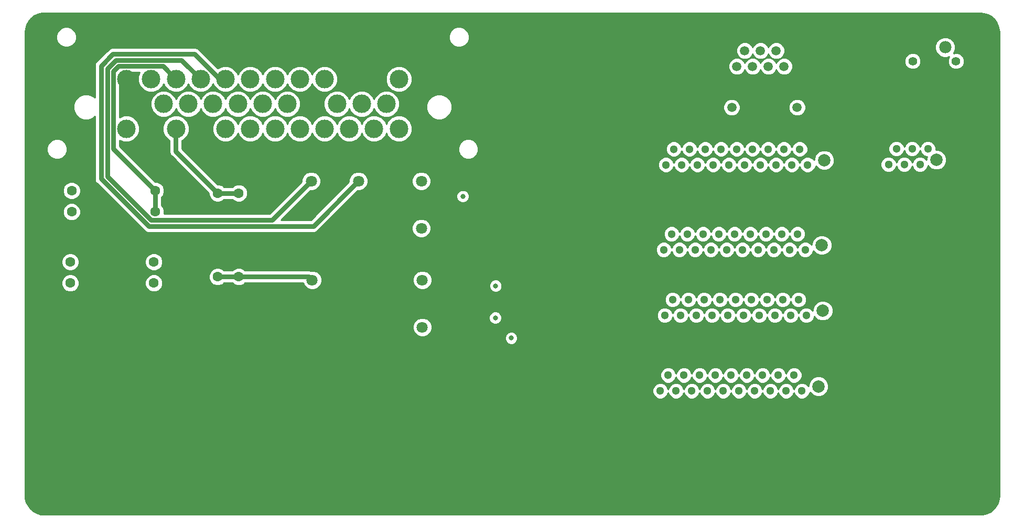
<source format=gbl>
G04 #@! TF.GenerationSoftware,KiCad,Pcbnew,5.0.0-fee4fd1~66~ubuntu18.04.1*
G04 #@! TF.CreationDate,2019-02-27T20:17:09-05:00*
G04 #@! TF.ProjectId,REV 2,52455620322E6B696361645F70636200,rev?*
G04 #@! TF.SameCoordinates,Original*
G04 #@! TF.FileFunction,Copper,L4,Bot,Signal*
G04 #@! TF.FilePolarity,Positive*
%FSLAX46Y46*%
G04 Gerber Fmt 4.6, Leading zero omitted, Abs format (unit mm)*
G04 Created by KiCad (PCBNEW 5.0.0-fee4fd1~66~ubuntu18.04.1) date Wed Feb 27 20:17:09 2019*
%MOMM*%
%LPD*%
G01*
G04 APERTURE LIST*
G04 #@! TA.AperFunction,ComponentPad*
%ADD10C,1.300000*%
G04 #@! TD*
G04 #@! TA.AperFunction,ComponentPad*
%ADD11C,2.000000*%
G04 #@! TD*
G04 #@! TA.AperFunction,ComponentPad*
%ADD12C,3.000000*%
G04 #@! TD*
G04 #@! TA.AperFunction,ComponentPad*
%ADD13C,2.750000*%
G04 #@! TD*
G04 #@! TA.AperFunction,ComponentPad*
%ADD14C,1.500000*%
G04 #@! TD*
G04 #@! TA.AperFunction,ComponentPad*
%ADD15C,1.600000*%
G04 #@! TD*
G04 #@! TA.AperFunction,ComponentPad*
%ADD16C,1.397000*%
G04 #@! TD*
G04 #@! TA.AperFunction,ComponentPad*
%ADD17C,1.981000*%
G04 #@! TD*
G04 #@! TA.AperFunction,ComponentPad*
%ADD18C,1.800000*%
G04 #@! TD*
G04 #@! TA.AperFunction,ViaPad*
%ADD19C,0.800000*%
G04 #@! TD*
G04 #@! TA.AperFunction,ViaPad*
%ADD20C,0.609600*%
G04 #@! TD*
G04 #@! TA.AperFunction,Conductor*
%ADD21C,0.762000*%
G04 #@! TD*
G04 #@! TA.AperFunction,Conductor*
%ADD22C,0.254000*%
G04 #@! TD*
G04 APERTURE END LIST*
D10*
G04 #@! TO.P,J3,5*
G04 #@! TO.N,/Brake Switch -*
X143059960Y-39594380D03*
G04 #@! TO.P,J3,3*
G04 #@! TO.N,/BSPD Relay*
X145599960Y-39594380D03*
G04 #@! TO.P,J3,1*
G04 #@! TO.N,GND*
X148139960Y-39594380D03*
G04 #@! TO.P,J3,7*
G04 #@! TO.N,/CAN low*
X140519960Y-39594380D03*
G04 #@! TO.P,J3,2*
G04 #@! TO.N,/12V*
X146869960Y-42134380D03*
G04 #@! TO.P,J3,4*
G04 #@! TO.N,/Brake Switch +*
X144329960Y-42134380D03*
G04 #@! TO.P,J3,6*
G04 #@! TO.N,/CAN high*
X141789960Y-42134380D03*
G04 #@! TO.P,J3,8*
G04 #@! TO.N,/5V*
X139249960Y-42134380D03*
G04 #@! TO.P,J3,9*
G04 #@! TO.N,/MISO*
X137979960Y-39594380D03*
G04 #@! TO.P,J3,10*
G04 #@! TO.N,/MOSI*
X136709960Y-42134380D03*
G04 #@! TO.P,J3,11*
G04 #@! TO.N,/SCK*
X135439960Y-39594380D03*
G04 #@! TO.P,J3,12*
G04 #@! TO.N,/RESET*
X134169960Y-42134380D03*
G04 #@! TO.P,J3,13*
G04 #@! TO.N,/Cooling Pump LSD*
X132899960Y-39594380D03*
G04 #@! TO.P,J3,14*
G04 #@! TO.N,/Brakelight LSD*
X131629960Y-42134380D03*
G04 #@! TO.P,J3,15*
G04 #@! TO.N,/Brake Pressure +*
X130359960Y-39594380D03*
G04 #@! TO.P,J3,16*
G04 #@! TO.N,/Brake Pressure Sense*
X129089960Y-42134380D03*
G04 #@! TO.P,J3,17*
G04 #@! TO.N,/Brake Pressure -*
X127819960Y-39594380D03*
G04 #@! TO.P,J3,18*
G04 #@! TO.N,/BSPD Switch +*
X126549960Y-42134380D03*
G04 #@! TO.P,J3,19*
G04 #@! TO.N,/RJ45 LED1*
X125279960Y-39594380D03*
G04 #@! TO.P,J3,20*
G04 #@! TO.N,/RJ45 LED2*
X124009960Y-42134380D03*
D11*
G04 #@! TO.P,J3,21*
G04 #@! TO.N,N/C*
X149539960Y-41394380D03*
G04 #@! TD*
D12*
G04 #@! TO.P,J1,12*
G04 #@! TO.N,GND*
X36863300Y-28291400D03*
G04 #@! TO.P,J1,23*
X38863300Y-32291400D03*
G04 #@! TO.P,J1,35*
G04 #@! TO.N,/GLVMS_IN*
X36863300Y-36291400D03*
G04 #@! TO.P,J1,11*
G04 #@! TO.N,/12V*
X40863300Y-28291400D03*
G04 #@! TO.P,J1,22*
G04 #@! TO.N,/CAN low*
X42863300Y-32291400D03*
G04 #@! TO.P,J1,34*
G04 #@! TO.N,GND*
X40863300Y-36291400D03*
G04 #@! TO.P,J1,10*
G04 #@! TO.N,/Fuse -> Estop*
X44863300Y-28291400D03*
G04 #@! TO.P,J1,21*
G04 #@! TO.N,/CAN high*
X46863300Y-32291400D03*
G04 #@! TO.P,J1,33*
G04 #@! TO.N,/Cooling Pump*
X44863300Y-36291400D03*
G04 #@! TO.P,J1,9*
G04 #@! TO.N,/Estop -> BSPD*
X48863300Y-28291400D03*
G04 #@! TO.P,J1,32*
G04 #@! TO.N,GND*
X48863300Y-36291400D03*
G04 #@! TO.P,J1,20*
G04 #@! TO.N,/BSPD Switch +*
X50863300Y-32291400D03*
G04 #@! TO.P,J1,8*
G04 #@! TO.N,/BSPD -> IS*
X52863300Y-28291400D03*
G04 #@! TO.P,J1,1*
G04 #@! TO.N,/12V*
X80863300Y-28291400D03*
G04 #@! TO.P,J1,13*
G04 #@! TO.N,/Brake Switch +*
X78863300Y-32291400D03*
G04 #@! TO.P,J1,24*
G04 #@! TO.N,/Brake Switch -*
X80863300Y-36291400D03*
G04 #@! TO.P,J1,2*
G04 #@! TO.N,GND*
X76863300Y-28291400D03*
G04 #@! TO.P,J1,3*
X72863300Y-28291400D03*
G04 #@! TO.P,J1,5*
G04 #@! TO.N,/CAN low*
X64863300Y-28291400D03*
G04 #@! TO.P,J1,4*
G04 #@! TO.N,/CAN high*
X68863300Y-28291400D03*
G04 #@! TO.P,J1,6*
G04 #@! TO.N,/TSMS -> Final Shutdown*
X60863300Y-28291400D03*
G04 #@! TO.P,J1,7*
X56863300Y-28291400D03*
G04 #@! TO.P,J1,19*
G04 #@! TO.N,/5V*
X54863300Y-32291400D03*
G04 #@! TO.P,J1,18*
G04 #@! TO.N,/BSPD Current Sense*
X58863300Y-32291400D03*
G04 #@! TO.P,J1,16*
G04 #@! TO.N,GND*
X66863300Y-32291400D03*
G04 #@! TO.P,J1,17*
G04 #@! TO.N,/12V*
X62863300Y-32291400D03*
G04 #@! TO.P,J1,15*
G04 #@! TO.N,/CAN low*
X70863300Y-32291400D03*
G04 #@! TO.P,J1,14*
G04 #@! TO.N,/CAN high*
X74863300Y-32291400D03*
G04 #@! TO.P,J1,30*
G04 #@! TO.N,/5V*
X56863300Y-36291400D03*
G04 #@! TO.P,J1,29*
G04 #@! TO.N,/Brake Pressure -*
X60863300Y-36291400D03*
G04 #@! TO.P,J1,28*
G04 #@! TO.N,/Brake Pressure Sense*
X64863300Y-36291400D03*
G04 #@! TO.P,J1,27*
G04 #@! TO.N,/Brake Pressure +*
X68863300Y-36291400D03*
G04 #@! TO.P,J1,26*
G04 #@! TO.N,/Brakelight LSD*
X72863300Y-36291400D03*
G04 #@! TO.P,J1,25*
G04 #@! TO.N,/12V*
X76863300Y-36291400D03*
G04 #@! TO.P,J1,31*
G04 #@! TO.N,/Cooling Pressure Sense*
X52863300Y-36291400D03*
G04 #@! TD*
D13*
G04 #@! TO.P,U1,14*
G04 #@! TO.N,GND*
X131673700Y-28104900D03*
G04 #@! TO.P,U1,13*
X145573700Y-28104900D03*
D14*
G04 #@! TO.P,U1,8*
X134183700Y-23684900D03*
G04 #@! TO.P,U1,6*
G04 #@! TO.N,/MOSI*
X136723700Y-23684900D03*
G04 #@! TO.P,U1,4*
G04 #@! TO.N,/SCK*
X139263700Y-23684900D03*
G04 #@! TO.P,U1,2*
G04 #@! TO.N,/CAN high*
X141803700Y-23684900D03*
G04 #@! TO.P,U1,7*
G04 #@! TO.N,/5V*
X135453700Y-26224900D03*
G04 #@! TO.P,U1,5*
G04 #@! TO.N,/MISO*
X137993700Y-26224900D03*
G04 #@! TO.P,U1,3*
G04 #@! TO.N,/RESET*
X140533700Y-26224900D03*
G04 #@! TO.P,U1,1*
G04 #@! TO.N,/CAN low*
X143073700Y-26224900D03*
G04 #@! TO.P,U1,10*
G04 #@! TO.N,/RJ45 LED1*
X134613700Y-32854900D03*
G04 #@! TO.P,U1,9*
G04 #@! TO.N,GND*
X132073700Y-32854900D03*
G04 #@! TO.P,U1,11*
X142633700Y-32854900D03*
G04 #@! TO.P,U1,12*
G04 #@! TO.N,/RJ45 LED2*
X145173700Y-32854900D03*
G04 #@! TD*
D10*
G04 #@! TO.P,J2,5*
G04 #@! TO.N,/BSPD Current Sense*
X161201100Y-39535100D03*
G04 #@! TO.P,J2,3*
G04 #@! TO.N,/BSPD -> IS*
X163741100Y-39535100D03*
G04 #@! TO.P,J2,1*
G04 #@! TO.N,/Fuse -> Estop*
X166281100Y-39535100D03*
G04 #@! TO.P,J2,2*
G04 #@! TO.N,/Estop -> BSPD*
X165011100Y-42075100D03*
G04 #@! TO.P,J2,4*
G04 #@! TO.N,/TSMS -> Final Shutdown*
X162471100Y-42075100D03*
G04 #@! TO.P,J2,6*
G04 #@! TO.N,/Cooling Pressure Sense*
X159931100Y-42075100D03*
D11*
G04 #@! TO.P,J2,7*
G04 #@! TO.N,N/C*
X167681100Y-41335100D03*
G04 #@! TD*
D15*
G04 #@! TO.P,U4,1*
G04 #@! TO.N,/Cooling Pump*
X51594280Y-46724620D03*
X54994280Y-46724620D03*
G04 #@! TO.P,U4,2*
G04 #@! TO.N,/Cooling Pump Relay*
X54994280Y-60224620D03*
X51594280Y-60224620D03*
G04 #@! TD*
D11*
G04 #@! TO.P,J4,21*
G04 #@! TO.N,N/C*
X148618400Y-77949200D03*
D10*
G04 #@! TO.P,J4,20*
G04 #@! TO.N,Net-(J4-Pad20)*
X123088400Y-78689200D03*
G04 #@! TO.P,J4,19*
G04 #@! TO.N,Net-(J4-Pad19)*
X124358400Y-76149200D03*
G04 #@! TO.P,J4,18*
G04 #@! TO.N,Net-(J4-Pad18)*
X125628400Y-78689200D03*
G04 #@! TO.P,J4,17*
G04 #@! TO.N,Net-(J4-Pad17)*
X126898400Y-76149200D03*
G04 #@! TO.P,J4,16*
G04 #@! TO.N,Net-(J4-Pad16)*
X128168400Y-78689200D03*
G04 #@! TO.P,J4,15*
G04 #@! TO.N,Net-(J4-Pad15)*
X129438400Y-76149200D03*
G04 #@! TO.P,J4,14*
G04 #@! TO.N,Net-(J4-Pad14)*
X130708400Y-78689200D03*
G04 #@! TO.P,J4,13*
G04 #@! TO.N,Net-(J4-Pad13)*
X131978400Y-76149200D03*
G04 #@! TO.P,J4,12*
G04 #@! TO.N,Net-(J4-Pad12)*
X133248400Y-78689200D03*
G04 #@! TO.P,J4,11*
G04 #@! TO.N,Net-(J4-Pad11)*
X134518400Y-76149200D03*
G04 #@! TO.P,J4,10*
G04 #@! TO.N,Net-(J4-Pad10)*
X135788400Y-78689200D03*
G04 #@! TO.P,J4,9*
G04 #@! TO.N,Net-(J4-Pad9)*
X137058400Y-76149200D03*
G04 #@! TO.P,J4,8*
G04 #@! TO.N,Net-(J4-Pad8)*
X138328400Y-78689200D03*
G04 #@! TO.P,J4,6*
G04 #@! TO.N,/LED 2*
X140868400Y-78689200D03*
G04 #@! TO.P,J4,4*
G04 #@! TO.N,/CAN low*
X143408400Y-78689200D03*
G04 #@! TO.P,J4,2*
G04 #@! TO.N,/12V*
X145948400Y-78689200D03*
G04 #@! TO.P,J4,7*
G04 #@! TO.N,Net-(J4-Pad7)*
X139598400Y-76149200D03*
G04 #@! TO.P,J4,1*
G04 #@! TO.N,GND*
X147218400Y-76149200D03*
G04 #@! TO.P,J4,3*
G04 #@! TO.N,/CAN high*
X144678400Y-76149200D03*
G04 #@! TO.P,J4,5*
G04 #@! TO.N,/LED 1*
X142138400Y-76149200D03*
G04 #@! TD*
G04 #@! TO.P,J5,5*
G04 #@! TO.N,Net-(J5-Pad5)*
X142684500Y-53314600D03*
G04 #@! TO.P,J5,3*
G04 #@! TO.N,/CAN high*
X145224500Y-53314600D03*
G04 #@! TO.P,J5,1*
G04 #@! TO.N,GND*
X147764500Y-53314600D03*
G04 #@! TO.P,J5,7*
G04 #@! TO.N,Net-(J5-Pad7)*
X140144500Y-53314600D03*
G04 #@! TO.P,J5,2*
G04 #@! TO.N,/12V*
X146494500Y-55854600D03*
G04 #@! TO.P,J5,4*
G04 #@! TO.N,/CAN low*
X143954500Y-55854600D03*
G04 #@! TO.P,J5,6*
G04 #@! TO.N,Net-(J5-Pad6)*
X141414500Y-55854600D03*
G04 #@! TO.P,J5,8*
G04 #@! TO.N,Net-(J5-Pad8)*
X138874500Y-55854600D03*
G04 #@! TO.P,J5,9*
G04 #@! TO.N,Net-(J5-Pad9)*
X137604500Y-53314600D03*
G04 #@! TO.P,J5,10*
G04 #@! TO.N,Net-(J5-Pad10)*
X136334500Y-55854600D03*
G04 #@! TO.P,J5,11*
G04 #@! TO.N,Net-(J5-Pad11)*
X135064500Y-53314600D03*
G04 #@! TO.P,J5,12*
G04 #@! TO.N,Net-(J5-Pad12)*
X133794500Y-55854600D03*
G04 #@! TO.P,J5,13*
G04 #@! TO.N,Net-(J5-Pad13)*
X132524500Y-53314600D03*
G04 #@! TO.P,J5,14*
G04 #@! TO.N,Net-(J5-Pad14)*
X131254500Y-55854600D03*
G04 #@! TO.P,J5,15*
G04 #@! TO.N,Net-(J5-Pad15)*
X129984500Y-53314600D03*
G04 #@! TO.P,J5,16*
G04 #@! TO.N,Net-(J5-Pad16)*
X128714500Y-55854600D03*
G04 #@! TO.P,J5,17*
G04 #@! TO.N,Net-(J5-Pad17)*
X127444500Y-53314600D03*
G04 #@! TO.P,J5,18*
G04 #@! TO.N,Net-(J5-Pad18)*
X126174500Y-55854600D03*
G04 #@! TO.P,J5,19*
G04 #@! TO.N,Net-(J5-Pad19)*
X124904500Y-53314600D03*
G04 #@! TO.P,J5,20*
G04 #@! TO.N,Net-(J5-Pad20)*
X123634500Y-55854600D03*
D11*
G04 #@! TO.P,J5,21*
G04 #@! TO.N,N/C*
X149164500Y-55114600D03*
G04 #@! TD*
G04 #@! TO.P,J6,21*
G04 #@! TO.N,N/C*
X149316900Y-65719100D03*
D10*
G04 #@! TO.P,J6,20*
G04 #@! TO.N,Net-(J6-Pad20)*
X123786900Y-66459100D03*
G04 #@! TO.P,J6,19*
G04 #@! TO.N,Net-(J6-Pad19)*
X125056900Y-63919100D03*
G04 #@! TO.P,J6,18*
G04 #@! TO.N,Net-(J6-Pad18)*
X126326900Y-66459100D03*
G04 #@! TO.P,J6,17*
G04 #@! TO.N,Net-(J6-Pad17)*
X127596900Y-63919100D03*
G04 #@! TO.P,J6,16*
G04 #@! TO.N,Net-(J6-Pad16)*
X128866900Y-66459100D03*
G04 #@! TO.P,J6,15*
G04 #@! TO.N,Net-(J6-Pad15)*
X130136900Y-63919100D03*
G04 #@! TO.P,J6,14*
G04 #@! TO.N,Net-(J6-Pad14)*
X131406900Y-66459100D03*
G04 #@! TO.P,J6,13*
G04 #@! TO.N,Net-(J6-Pad13)*
X132676900Y-63919100D03*
G04 #@! TO.P,J6,12*
G04 #@! TO.N,Net-(J6-Pad12)*
X133946900Y-66459100D03*
G04 #@! TO.P,J6,11*
G04 #@! TO.N,Net-(J6-Pad11)*
X135216900Y-63919100D03*
G04 #@! TO.P,J6,10*
G04 #@! TO.N,Net-(J6-Pad10)*
X136486900Y-66459100D03*
G04 #@! TO.P,J6,9*
G04 #@! TO.N,Net-(J6-Pad9)*
X137756900Y-63919100D03*
G04 #@! TO.P,J6,8*
G04 #@! TO.N,Net-(J6-Pad8)*
X139026900Y-66459100D03*
G04 #@! TO.P,J6,6*
G04 #@! TO.N,Net-(J6-Pad6)*
X141566900Y-66459100D03*
G04 #@! TO.P,J6,4*
G04 #@! TO.N,/CAN low*
X144106900Y-66459100D03*
G04 #@! TO.P,J6,2*
G04 #@! TO.N,/12V*
X146646900Y-66459100D03*
G04 #@! TO.P,J6,7*
G04 #@! TO.N,Net-(J6-Pad7)*
X140296900Y-63919100D03*
G04 #@! TO.P,J6,1*
G04 #@! TO.N,GND*
X147916900Y-63919100D03*
G04 #@! TO.P,J6,3*
G04 #@! TO.N,/CAN high*
X145376900Y-63919100D03*
G04 #@! TO.P,J6,5*
G04 #@! TO.N,Net-(J6-Pad5)*
X142836900Y-63919100D03*
G04 #@! TD*
D16*
G04 #@! TO.P,J7,2*
G04 #@! TO.N,GND*
X167332600Y-25374600D03*
G04 #@! TO.P,J7,1*
G04 #@! TO.N,/LED 1*
X170832600Y-25374600D03*
D17*
G04 #@! TO.P,J7,*
G04 #@! TO.N,*
X169082600Y-23144600D03*
D16*
G04 #@! TO.P,J7,3*
G04 #@! TO.N,/LED 2*
X163832600Y-25374600D03*
G04 #@! TO.P,J7,4*
G04 #@! TO.N,GND*
X160332600Y-25374600D03*
G04 #@! TD*
D18*
G04 #@! TO.P,K1,1*
G04 #@! TO.N,Net-(K1-Pad1)*
X84653120Y-60769500D03*
G04 #@! TO.P,K1,2*
G04 #@! TO.N,GND*
X74493120Y-60769500D03*
G04 #@! TO.P,K1,3*
G04 #@! TO.N,/Cooling Pump Relay*
X66873120Y-60769500D03*
G04 #@! TO.P,K1,5*
G04 #@! TO.N,Net-(K1-Pad5)*
X84653120Y-68389500D03*
G04 #@! TD*
G04 #@! TO.P,K2,1*
G04 #@! TO.N,/BSPD Relay*
X84485480Y-44777660D03*
G04 #@! TO.P,K2,2*
G04 #@! TO.N,/BSPD -> IS*
X74325480Y-44777660D03*
G04 #@! TO.P,K2,3*
G04 #@! TO.N,/Estop -> BSPD*
X66705480Y-44777660D03*
G04 #@! TO.P,K2,5*
G04 #@! TO.N,/12V*
X84485480Y-52397660D03*
G04 #@! TD*
D15*
G04 #@! TO.P,U2,1*
G04 #@! TO.N,/GLVMS_IN*
X28035300Y-49716160D03*
X28035300Y-46316160D03*
G04 #@! TO.P,U2,2*
G04 #@! TO.N,/Fuse -> Estop*
X41535300Y-46316160D03*
X41535300Y-49716160D03*
G04 #@! TD*
G04 #@! TO.P,U3,2*
G04 #@! TO.N,/12V*
X41294000Y-61235060D03*
X41294000Y-57835060D03*
G04 #@! TO.P,U3,1*
G04 #@! TO.N,/GLVMS_IN*
X27794000Y-57835060D03*
X27794000Y-61235060D03*
G04 #@! TD*
D19*
G04 #@! TO.N,/BSPD Relay*
X91191080Y-47231300D03*
D20*
G04 #@! TO.N,GND*
X90500200Y-58061860D03*
D19*
G04 #@! TO.N,/5V*
X99016820Y-70131940D03*
G04 #@! TO.N,/TSMS -> Final Shutdown*
X96431100Y-66865500D03*
G04 #@! TO.N,/Cooling Pump LSD*
X96481900Y-61694060D03*
G04 #@! TD*
D21*
G04 #@! TO.N,/Cooling Pump*
X44842700Y-39973040D02*
X51594280Y-46724620D01*
X44842700Y-36282900D02*
X44842700Y-39973040D01*
X51594280Y-46724620D02*
X54994280Y-46724620D01*
G04 #@! TO.N,/Estop -> BSPD*
X48842700Y-28282900D02*
X45769300Y-25209500D01*
X35190114Y-25209500D02*
X33794700Y-26604914D01*
X45769300Y-25209500D02*
X35190114Y-25209500D01*
X60385979Y-51097161D02*
X65805481Y-45677659D01*
X40872419Y-51097161D02*
X60385979Y-51097161D01*
X33794700Y-44019442D02*
X40872419Y-51097161D01*
X65805481Y-45677659D02*
X66705480Y-44777660D01*
X33794700Y-26604914D02*
X33794700Y-44019442D01*
G04 #@! TO.N,/BSPD -> IS*
X47887172Y-24247490D02*
X34680510Y-24247490D01*
X52842700Y-28282900D02*
X51922582Y-28282900D01*
X51922582Y-28282900D02*
X47887172Y-24247490D01*
X34680510Y-24247490D02*
X32778700Y-26149300D01*
X32778700Y-26149300D02*
X32778701Y-44363929D01*
X73425481Y-45677659D02*
X74325480Y-44777660D01*
X67043969Y-52059171D02*
X73425481Y-45677659D01*
X40473943Y-52059171D02*
X67043969Y-52059171D01*
X32778701Y-44363929D02*
X40473943Y-52059171D01*
G04 #@! TO.N,/Fuse -> Estop*
X41535300Y-46316160D02*
X41535300Y-49716160D01*
X34761699Y-39542559D02*
X41535300Y-46316160D01*
X34761699Y-26998401D02*
X34761699Y-39542559D01*
X35558201Y-26201899D02*
X34761699Y-26998401D01*
X44842700Y-28282900D02*
X42761699Y-26201899D01*
X42761699Y-26201899D02*
X35558201Y-26201899D01*
G04 #@! TO.N,/Cooling Pump Relay*
X51594280Y-60224620D02*
X54994280Y-60224620D01*
X66328240Y-60224620D02*
X66873120Y-60769500D01*
X54994280Y-60224620D02*
X66328240Y-60224620D01*
G04 #@! TD*
D22*
G04 #@! TO.N,GND*
G36*
X175344151Y-17667110D02*
X175936483Y-17852735D01*
X176479387Y-18153673D01*
X176950690Y-18557628D01*
X177331140Y-19048103D01*
X177605198Y-19605061D01*
X177763948Y-20214514D01*
X177801601Y-20703852D01*
X177801600Y-95568370D01*
X177735090Y-96223151D01*
X177549464Y-96815485D01*
X177248527Y-97358387D01*
X176844572Y-97829690D01*
X176354100Y-98210139D01*
X175797139Y-98484198D01*
X175187686Y-98642948D01*
X174698361Y-98680600D01*
X23633830Y-98680600D01*
X22979049Y-98614090D01*
X22386715Y-98428464D01*
X21843813Y-98127527D01*
X21372510Y-97723572D01*
X20992061Y-97233100D01*
X20718002Y-96676139D01*
X20559252Y-96066686D01*
X20521600Y-95577361D01*
X20521600Y-78433598D01*
X121803400Y-78433598D01*
X121803400Y-78944802D01*
X121999029Y-79417094D01*
X122360506Y-79778571D01*
X122832798Y-79974200D01*
X123344002Y-79974200D01*
X123816294Y-79778571D01*
X124177771Y-79417094D01*
X124358400Y-78981015D01*
X124539029Y-79417094D01*
X124900506Y-79778571D01*
X125372798Y-79974200D01*
X125884002Y-79974200D01*
X126356294Y-79778571D01*
X126717771Y-79417094D01*
X126898400Y-78981015D01*
X127079029Y-79417094D01*
X127440506Y-79778571D01*
X127912798Y-79974200D01*
X128424002Y-79974200D01*
X128896294Y-79778571D01*
X129257771Y-79417094D01*
X129438400Y-78981015D01*
X129619029Y-79417094D01*
X129980506Y-79778571D01*
X130452798Y-79974200D01*
X130964002Y-79974200D01*
X131436294Y-79778571D01*
X131797771Y-79417094D01*
X131978400Y-78981015D01*
X132159029Y-79417094D01*
X132520506Y-79778571D01*
X132992798Y-79974200D01*
X133504002Y-79974200D01*
X133976294Y-79778571D01*
X134337771Y-79417094D01*
X134518400Y-78981015D01*
X134699029Y-79417094D01*
X135060506Y-79778571D01*
X135532798Y-79974200D01*
X136044002Y-79974200D01*
X136516294Y-79778571D01*
X136877771Y-79417094D01*
X137058400Y-78981015D01*
X137239029Y-79417094D01*
X137600506Y-79778571D01*
X138072798Y-79974200D01*
X138584002Y-79974200D01*
X139056294Y-79778571D01*
X139417771Y-79417094D01*
X139598400Y-78981015D01*
X139779029Y-79417094D01*
X140140506Y-79778571D01*
X140612798Y-79974200D01*
X141124002Y-79974200D01*
X141596294Y-79778571D01*
X141957771Y-79417094D01*
X142138400Y-78981015D01*
X142319029Y-79417094D01*
X142680506Y-79778571D01*
X143152798Y-79974200D01*
X143664002Y-79974200D01*
X144136294Y-79778571D01*
X144497771Y-79417094D01*
X144678400Y-78981015D01*
X144859029Y-79417094D01*
X145220506Y-79778571D01*
X145692798Y-79974200D01*
X146204002Y-79974200D01*
X146676294Y-79778571D01*
X147037771Y-79417094D01*
X147233400Y-78944802D01*
X147233400Y-78876439D01*
X147692247Y-79335286D01*
X148293178Y-79584200D01*
X148943622Y-79584200D01*
X149544553Y-79335286D01*
X150004486Y-78875353D01*
X150253400Y-78274422D01*
X150253400Y-77623978D01*
X150004486Y-77023047D01*
X149544553Y-76563114D01*
X148943622Y-76314200D01*
X148293178Y-76314200D01*
X147692247Y-76563114D01*
X147232314Y-77023047D01*
X146983400Y-77623978D01*
X146983400Y-77906935D01*
X146676294Y-77599829D01*
X146204002Y-77404200D01*
X145692798Y-77404200D01*
X145220506Y-77599829D01*
X144859029Y-77961306D01*
X144678400Y-78397385D01*
X144497771Y-77961306D01*
X144136294Y-77599829D01*
X143664002Y-77404200D01*
X143152798Y-77404200D01*
X142680506Y-77599829D01*
X142319029Y-77961306D01*
X142138400Y-78397385D01*
X141957771Y-77961306D01*
X141596294Y-77599829D01*
X141124002Y-77404200D01*
X140612798Y-77404200D01*
X140140506Y-77599829D01*
X139779029Y-77961306D01*
X139598400Y-78397385D01*
X139417771Y-77961306D01*
X139056294Y-77599829D01*
X138584002Y-77404200D01*
X138072798Y-77404200D01*
X137600506Y-77599829D01*
X137239029Y-77961306D01*
X137058400Y-78397385D01*
X136877771Y-77961306D01*
X136516294Y-77599829D01*
X136044002Y-77404200D01*
X135532798Y-77404200D01*
X135060506Y-77599829D01*
X134699029Y-77961306D01*
X134518400Y-78397385D01*
X134337771Y-77961306D01*
X133976294Y-77599829D01*
X133504002Y-77404200D01*
X132992798Y-77404200D01*
X132520506Y-77599829D01*
X132159029Y-77961306D01*
X131978400Y-78397385D01*
X131797771Y-77961306D01*
X131436294Y-77599829D01*
X130964002Y-77404200D01*
X130452798Y-77404200D01*
X129980506Y-77599829D01*
X129619029Y-77961306D01*
X129438400Y-78397385D01*
X129257771Y-77961306D01*
X128896294Y-77599829D01*
X128424002Y-77404200D01*
X127912798Y-77404200D01*
X127440506Y-77599829D01*
X127079029Y-77961306D01*
X126898400Y-78397385D01*
X126717771Y-77961306D01*
X126356294Y-77599829D01*
X125884002Y-77404200D01*
X125372798Y-77404200D01*
X124900506Y-77599829D01*
X124539029Y-77961306D01*
X124358400Y-78397385D01*
X124177771Y-77961306D01*
X123816294Y-77599829D01*
X123344002Y-77404200D01*
X122832798Y-77404200D01*
X122360506Y-77599829D01*
X121999029Y-77961306D01*
X121803400Y-78433598D01*
X20521600Y-78433598D01*
X20521600Y-75893598D01*
X123073400Y-75893598D01*
X123073400Y-76404802D01*
X123269029Y-76877094D01*
X123630506Y-77238571D01*
X124102798Y-77434200D01*
X124614002Y-77434200D01*
X125086294Y-77238571D01*
X125447771Y-76877094D01*
X125628400Y-76441015D01*
X125809029Y-76877094D01*
X126170506Y-77238571D01*
X126642798Y-77434200D01*
X127154002Y-77434200D01*
X127626294Y-77238571D01*
X127987771Y-76877094D01*
X128168400Y-76441015D01*
X128349029Y-76877094D01*
X128710506Y-77238571D01*
X129182798Y-77434200D01*
X129694002Y-77434200D01*
X130166294Y-77238571D01*
X130527771Y-76877094D01*
X130708400Y-76441015D01*
X130889029Y-76877094D01*
X131250506Y-77238571D01*
X131722798Y-77434200D01*
X132234002Y-77434200D01*
X132706294Y-77238571D01*
X133067771Y-76877094D01*
X133248400Y-76441015D01*
X133429029Y-76877094D01*
X133790506Y-77238571D01*
X134262798Y-77434200D01*
X134774002Y-77434200D01*
X135246294Y-77238571D01*
X135607771Y-76877094D01*
X135788400Y-76441015D01*
X135969029Y-76877094D01*
X136330506Y-77238571D01*
X136802798Y-77434200D01*
X137314002Y-77434200D01*
X137786294Y-77238571D01*
X138147771Y-76877094D01*
X138328400Y-76441015D01*
X138509029Y-76877094D01*
X138870506Y-77238571D01*
X139342798Y-77434200D01*
X139854002Y-77434200D01*
X140326294Y-77238571D01*
X140687771Y-76877094D01*
X140868400Y-76441015D01*
X141049029Y-76877094D01*
X141410506Y-77238571D01*
X141882798Y-77434200D01*
X142394002Y-77434200D01*
X142866294Y-77238571D01*
X143227771Y-76877094D01*
X143408400Y-76441015D01*
X143589029Y-76877094D01*
X143950506Y-77238571D01*
X144422798Y-77434200D01*
X144934002Y-77434200D01*
X145406294Y-77238571D01*
X145767771Y-76877094D01*
X145963400Y-76404802D01*
X145963400Y-75893598D01*
X145767771Y-75421306D01*
X145406294Y-75059829D01*
X144934002Y-74864200D01*
X144422798Y-74864200D01*
X143950506Y-75059829D01*
X143589029Y-75421306D01*
X143408400Y-75857385D01*
X143227771Y-75421306D01*
X142866294Y-75059829D01*
X142394002Y-74864200D01*
X141882798Y-74864200D01*
X141410506Y-75059829D01*
X141049029Y-75421306D01*
X140868400Y-75857385D01*
X140687771Y-75421306D01*
X140326294Y-75059829D01*
X139854002Y-74864200D01*
X139342798Y-74864200D01*
X138870506Y-75059829D01*
X138509029Y-75421306D01*
X138328400Y-75857385D01*
X138147771Y-75421306D01*
X137786294Y-75059829D01*
X137314002Y-74864200D01*
X136802798Y-74864200D01*
X136330506Y-75059829D01*
X135969029Y-75421306D01*
X135788400Y-75857385D01*
X135607771Y-75421306D01*
X135246294Y-75059829D01*
X134774002Y-74864200D01*
X134262798Y-74864200D01*
X133790506Y-75059829D01*
X133429029Y-75421306D01*
X133248400Y-75857385D01*
X133067771Y-75421306D01*
X132706294Y-75059829D01*
X132234002Y-74864200D01*
X131722798Y-74864200D01*
X131250506Y-75059829D01*
X130889029Y-75421306D01*
X130708400Y-75857385D01*
X130527771Y-75421306D01*
X130166294Y-75059829D01*
X129694002Y-74864200D01*
X129182798Y-74864200D01*
X128710506Y-75059829D01*
X128349029Y-75421306D01*
X128168400Y-75857385D01*
X127987771Y-75421306D01*
X127626294Y-75059829D01*
X127154002Y-74864200D01*
X126642798Y-74864200D01*
X126170506Y-75059829D01*
X125809029Y-75421306D01*
X125628400Y-75857385D01*
X125447771Y-75421306D01*
X125086294Y-75059829D01*
X124614002Y-74864200D01*
X124102798Y-74864200D01*
X123630506Y-75059829D01*
X123269029Y-75421306D01*
X123073400Y-75893598D01*
X20521600Y-75893598D01*
X20521600Y-69926066D01*
X97981820Y-69926066D01*
X97981820Y-70337814D01*
X98139389Y-70718220D01*
X98430540Y-71009371D01*
X98810946Y-71166940D01*
X99222694Y-71166940D01*
X99603100Y-71009371D01*
X99894251Y-70718220D01*
X100051820Y-70337814D01*
X100051820Y-69926066D01*
X99894251Y-69545660D01*
X99603100Y-69254509D01*
X99222694Y-69096940D01*
X98810946Y-69096940D01*
X98430540Y-69254509D01*
X98139389Y-69545660D01*
X97981820Y-69926066D01*
X20521600Y-69926066D01*
X20521600Y-68084170D01*
X83118120Y-68084170D01*
X83118120Y-68694830D01*
X83351810Y-69259007D01*
X83783613Y-69690810D01*
X84347790Y-69924500D01*
X84958450Y-69924500D01*
X85522627Y-69690810D01*
X85954430Y-69259007D01*
X86188120Y-68694830D01*
X86188120Y-68084170D01*
X85954430Y-67519993D01*
X85522627Y-67088190D01*
X84958450Y-66854500D01*
X84347790Y-66854500D01*
X83783613Y-67088190D01*
X83351810Y-67519993D01*
X83118120Y-68084170D01*
X20521600Y-68084170D01*
X20521600Y-66659626D01*
X95396100Y-66659626D01*
X95396100Y-67071374D01*
X95553669Y-67451780D01*
X95844820Y-67742931D01*
X96225226Y-67900500D01*
X96636974Y-67900500D01*
X97017380Y-67742931D01*
X97308531Y-67451780D01*
X97466100Y-67071374D01*
X97466100Y-66659626D01*
X97308531Y-66279220D01*
X97232809Y-66203498D01*
X122501900Y-66203498D01*
X122501900Y-66714702D01*
X122697529Y-67186994D01*
X123059006Y-67548471D01*
X123531298Y-67744100D01*
X124042502Y-67744100D01*
X124514794Y-67548471D01*
X124876271Y-67186994D01*
X125056900Y-66750915D01*
X125237529Y-67186994D01*
X125599006Y-67548471D01*
X126071298Y-67744100D01*
X126582502Y-67744100D01*
X127054794Y-67548471D01*
X127416271Y-67186994D01*
X127596900Y-66750915D01*
X127777529Y-67186994D01*
X128139006Y-67548471D01*
X128611298Y-67744100D01*
X129122502Y-67744100D01*
X129594794Y-67548471D01*
X129956271Y-67186994D01*
X130136900Y-66750915D01*
X130317529Y-67186994D01*
X130679006Y-67548471D01*
X131151298Y-67744100D01*
X131662502Y-67744100D01*
X132134794Y-67548471D01*
X132496271Y-67186994D01*
X132676900Y-66750915D01*
X132857529Y-67186994D01*
X133219006Y-67548471D01*
X133691298Y-67744100D01*
X134202502Y-67744100D01*
X134674794Y-67548471D01*
X135036271Y-67186994D01*
X135216900Y-66750915D01*
X135397529Y-67186994D01*
X135759006Y-67548471D01*
X136231298Y-67744100D01*
X136742502Y-67744100D01*
X137214794Y-67548471D01*
X137576271Y-67186994D01*
X137756900Y-66750915D01*
X137937529Y-67186994D01*
X138299006Y-67548471D01*
X138771298Y-67744100D01*
X139282502Y-67744100D01*
X139754794Y-67548471D01*
X140116271Y-67186994D01*
X140296900Y-66750915D01*
X140477529Y-67186994D01*
X140839006Y-67548471D01*
X141311298Y-67744100D01*
X141822502Y-67744100D01*
X142294794Y-67548471D01*
X142656271Y-67186994D01*
X142836900Y-66750915D01*
X143017529Y-67186994D01*
X143379006Y-67548471D01*
X143851298Y-67744100D01*
X144362502Y-67744100D01*
X144834794Y-67548471D01*
X145196271Y-67186994D01*
X145376900Y-66750915D01*
X145557529Y-67186994D01*
X145919006Y-67548471D01*
X146391298Y-67744100D01*
X146902502Y-67744100D01*
X147374794Y-67548471D01*
X147736271Y-67186994D01*
X147931900Y-66714702D01*
X147931900Y-66646339D01*
X148390747Y-67105186D01*
X148991678Y-67354100D01*
X149642122Y-67354100D01*
X150243053Y-67105186D01*
X150702986Y-66645253D01*
X150951900Y-66044322D01*
X150951900Y-65393878D01*
X150702986Y-64792947D01*
X150243053Y-64333014D01*
X149642122Y-64084100D01*
X148991678Y-64084100D01*
X148390747Y-64333014D01*
X147930814Y-64792947D01*
X147681900Y-65393878D01*
X147681900Y-65676835D01*
X147374794Y-65369729D01*
X146902502Y-65174100D01*
X146391298Y-65174100D01*
X145919006Y-65369729D01*
X145557529Y-65731206D01*
X145376900Y-66167285D01*
X145196271Y-65731206D01*
X144834794Y-65369729D01*
X144362502Y-65174100D01*
X143851298Y-65174100D01*
X143379006Y-65369729D01*
X143017529Y-65731206D01*
X142836900Y-66167285D01*
X142656271Y-65731206D01*
X142294794Y-65369729D01*
X141822502Y-65174100D01*
X141311298Y-65174100D01*
X140839006Y-65369729D01*
X140477529Y-65731206D01*
X140296900Y-66167285D01*
X140116271Y-65731206D01*
X139754794Y-65369729D01*
X139282502Y-65174100D01*
X138771298Y-65174100D01*
X138299006Y-65369729D01*
X137937529Y-65731206D01*
X137756900Y-66167285D01*
X137576271Y-65731206D01*
X137214794Y-65369729D01*
X136742502Y-65174100D01*
X136231298Y-65174100D01*
X135759006Y-65369729D01*
X135397529Y-65731206D01*
X135216900Y-66167285D01*
X135036271Y-65731206D01*
X134674794Y-65369729D01*
X134202502Y-65174100D01*
X133691298Y-65174100D01*
X133219006Y-65369729D01*
X132857529Y-65731206D01*
X132676900Y-66167285D01*
X132496271Y-65731206D01*
X132134794Y-65369729D01*
X131662502Y-65174100D01*
X131151298Y-65174100D01*
X130679006Y-65369729D01*
X130317529Y-65731206D01*
X130136900Y-66167285D01*
X129956271Y-65731206D01*
X129594794Y-65369729D01*
X129122502Y-65174100D01*
X128611298Y-65174100D01*
X128139006Y-65369729D01*
X127777529Y-65731206D01*
X127596900Y-66167285D01*
X127416271Y-65731206D01*
X127054794Y-65369729D01*
X126582502Y-65174100D01*
X126071298Y-65174100D01*
X125599006Y-65369729D01*
X125237529Y-65731206D01*
X125056900Y-66167285D01*
X124876271Y-65731206D01*
X124514794Y-65369729D01*
X124042502Y-65174100D01*
X123531298Y-65174100D01*
X123059006Y-65369729D01*
X122697529Y-65731206D01*
X122501900Y-66203498D01*
X97232809Y-66203498D01*
X97017380Y-65988069D01*
X96636974Y-65830500D01*
X96225226Y-65830500D01*
X95844820Y-65988069D01*
X95553669Y-66279220D01*
X95396100Y-66659626D01*
X20521600Y-66659626D01*
X20521600Y-63663498D01*
X123771900Y-63663498D01*
X123771900Y-64174702D01*
X123967529Y-64646994D01*
X124329006Y-65008471D01*
X124801298Y-65204100D01*
X125312502Y-65204100D01*
X125784794Y-65008471D01*
X126146271Y-64646994D01*
X126326900Y-64210915D01*
X126507529Y-64646994D01*
X126869006Y-65008471D01*
X127341298Y-65204100D01*
X127852502Y-65204100D01*
X128324794Y-65008471D01*
X128686271Y-64646994D01*
X128866900Y-64210915D01*
X129047529Y-64646994D01*
X129409006Y-65008471D01*
X129881298Y-65204100D01*
X130392502Y-65204100D01*
X130864794Y-65008471D01*
X131226271Y-64646994D01*
X131406900Y-64210915D01*
X131587529Y-64646994D01*
X131949006Y-65008471D01*
X132421298Y-65204100D01*
X132932502Y-65204100D01*
X133404794Y-65008471D01*
X133766271Y-64646994D01*
X133946900Y-64210915D01*
X134127529Y-64646994D01*
X134489006Y-65008471D01*
X134961298Y-65204100D01*
X135472502Y-65204100D01*
X135944794Y-65008471D01*
X136306271Y-64646994D01*
X136486900Y-64210915D01*
X136667529Y-64646994D01*
X137029006Y-65008471D01*
X137501298Y-65204100D01*
X138012502Y-65204100D01*
X138484794Y-65008471D01*
X138846271Y-64646994D01*
X139026900Y-64210915D01*
X139207529Y-64646994D01*
X139569006Y-65008471D01*
X140041298Y-65204100D01*
X140552502Y-65204100D01*
X141024794Y-65008471D01*
X141386271Y-64646994D01*
X141566900Y-64210915D01*
X141747529Y-64646994D01*
X142109006Y-65008471D01*
X142581298Y-65204100D01*
X143092502Y-65204100D01*
X143564794Y-65008471D01*
X143926271Y-64646994D01*
X144106900Y-64210915D01*
X144287529Y-64646994D01*
X144649006Y-65008471D01*
X145121298Y-65204100D01*
X145632502Y-65204100D01*
X146104794Y-65008471D01*
X146466271Y-64646994D01*
X146661900Y-64174702D01*
X146661900Y-63663498D01*
X146466271Y-63191206D01*
X146104794Y-62829729D01*
X145632502Y-62634100D01*
X145121298Y-62634100D01*
X144649006Y-62829729D01*
X144287529Y-63191206D01*
X144106900Y-63627285D01*
X143926271Y-63191206D01*
X143564794Y-62829729D01*
X143092502Y-62634100D01*
X142581298Y-62634100D01*
X142109006Y-62829729D01*
X141747529Y-63191206D01*
X141566900Y-63627285D01*
X141386271Y-63191206D01*
X141024794Y-62829729D01*
X140552502Y-62634100D01*
X140041298Y-62634100D01*
X139569006Y-62829729D01*
X139207529Y-63191206D01*
X139026900Y-63627285D01*
X138846271Y-63191206D01*
X138484794Y-62829729D01*
X138012502Y-62634100D01*
X137501298Y-62634100D01*
X137029006Y-62829729D01*
X136667529Y-63191206D01*
X136486900Y-63627285D01*
X136306271Y-63191206D01*
X135944794Y-62829729D01*
X135472502Y-62634100D01*
X134961298Y-62634100D01*
X134489006Y-62829729D01*
X134127529Y-63191206D01*
X133946900Y-63627285D01*
X133766271Y-63191206D01*
X133404794Y-62829729D01*
X132932502Y-62634100D01*
X132421298Y-62634100D01*
X131949006Y-62829729D01*
X131587529Y-63191206D01*
X131406900Y-63627285D01*
X131226271Y-63191206D01*
X130864794Y-62829729D01*
X130392502Y-62634100D01*
X129881298Y-62634100D01*
X129409006Y-62829729D01*
X129047529Y-63191206D01*
X128866900Y-63627285D01*
X128686271Y-63191206D01*
X128324794Y-62829729D01*
X127852502Y-62634100D01*
X127341298Y-62634100D01*
X126869006Y-62829729D01*
X126507529Y-63191206D01*
X126326900Y-63627285D01*
X126146271Y-63191206D01*
X125784794Y-62829729D01*
X125312502Y-62634100D01*
X124801298Y-62634100D01*
X124329006Y-62829729D01*
X123967529Y-63191206D01*
X123771900Y-63663498D01*
X20521600Y-63663498D01*
X20521600Y-60949621D01*
X26359000Y-60949621D01*
X26359000Y-61520499D01*
X26577466Y-62047922D01*
X26981138Y-62451594D01*
X27508561Y-62670060D01*
X28079439Y-62670060D01*
X28606862Y-62451594D01*
X29010534Y-62047922D01*
X29229000Y-61520499D01*
X29229000Y-60949621D01*
X39859000Y-60949621D01*
X39859000Y-61520499D01*
X40077466Y-62047922D01*
X40481138Y-62451594D01*
X41008561Y-62670060D01*
X41579439Y-62670060D01*
X42106862Y-62451594D01*
X42510534Y-62047922D01*
X42729000Y-61520499D01*
X42729000Y-60949621D01*
X42510534Y-60422198D01*
X42106862Y-60018526D01*
X41915307Y-59939181D01*
X50159280Y-59939181D01*
X50159280Y-60510059D01*
X50377746Y-61037482D01*
X50781418Y-61441154D01*
X51308841Y-61659620D01*
X51879719Y-61659620D01*
X52407142Y-61441154D01*
X52607676Y-61240620D01*
X53980884Y-61240620D01*
X54181418Y-61441154D01*
X54708841Y-61659620D01*
X55279719Y-61659620D01*
X55807142Y-61441154D01*
X56007676Y-61240620D01*
X65406793Y-61240620D01*
X65571810Y-61639007D01*
X66003613Y-62070810D01*
X66567790Y-62304500D01*
X67178450Y-62304500D01*
X67742627Y-62070810D01*
X68174430Y-61639007D01*
X68408120Y-61074830D01*
X68408120Y-60464170D01*
X83118120Y-60464170D01*
X83118120Y-61074830D01*
X83351810Y-61639007D01*
X83783613Y-62070810D01*
X84347790Y-62304500D01*
X84958450Y-62304500D01*
X85522627Y-62070810D01*
X85954430Y-61639007D01*
X86016902Y-61488186D01*
X95446900Y-61488186D01*
X95446900Y-61899934D01*
X95604469Y-62280340D01*
X95895620Y-62571491D01*
X96276026Y-62729060D01*
X96687774Y-62729060D01*
X97068180Y-62571491D01*
X97359331Y-62280340D01*
X97516900Y-61899934D01*
X97516900Y-61488186D01*
X97359331Y-61107780D01*
X97068180Y-60816629D01*
X96687774Y-60659060D01*
X96276026Y-60659060D01*
X95895620Y-60816629D01*
X95604469Y-61107780D01*
X95446900Y-61488186D01*
X86016902Y-61488186D01*
X86188120Y-61074830D01*
X86188120Y-60464170D01*
X85954430Y-59899993D01*
X85522627Y-59468190D01*
X84958450Y-59234500D01*
X84347790Y-59234500D01*
X83783613Y-59468190D01*
X83351810Y-59899993D01*
X83118120Y-60464170D01*
X68408120Y-60464170D01*
X68174430Y-59899993D01*
X67742627Y-59468190D01*
X67178450Y-59234500D01*
X66567790Y-59234500D01*
X66564748Y-59235760D01*
X66428305Y-59208620D01*
X66428303Y-59208620D01*
X66328240Y-59188716D01*
X66228177Y-59208620D01*
X56007676Y-59208620D01*
X55807142Y-59008086D01*
X55279719Y-58789620D01*
X54708841Y-58789620D01*
X54181418Y-59008086D01*
X53980884Y-59208620D01*
X52607676Y-59208620D01*
X52407142Y-59008086D01*
X51879719Y-58789620D01*
X51308841Y-58789620D01*
X50781418Y-59008086D01*
X50377746Y-59411758D01*
X50159280Y-59939181D01*
X41915307Y-59939181D01*
X41579439Y-59800060D01*
X41008561Y-59800060D01*
X40481138Y-60018526D01*
X40077466Y-60422198D01*
X39859000Y-60949621D01*
X29229000Y-60949621D01*
X29010534Y-60422198D01*
X28606862Y-60018526D01*
X28079439Y-59800060D01*
X27508561Y-59800060D01*
X26981138Y-60018526D01*
X26577466Y-60422198D01*
X26359000Y-60949621D01*
X20521600Y-60949621D01*
X20521600Y-57549621D01*
X26359000Y-57549621D01*
X26359000Y-58120499D01*
X26577466Y-58647922D01*
X26981138Y-59051594D01*
X27508561Y-59270060D01*
X28079439Y-59270060D01*
X28606862Y-59051594D01*
X29010534Y-58647922D01*
X29229000Y-58120499D01*
X29229000Y-57549621D01*
X39859000Y-57549621D01*
X39859000Y-58120499D01*
X40077466Y-58647922D01*
X40481138Y-59051594D01*
X41008561Y-59270060D01*
X41579439Y-59270060D01*
X42106862Y-59051594D01*
X42510534Y-58647922D01*
X42729000Y-58120499D01*
X42729000Y-57549621D01*
X42510534Y-57022198D01*
X42106862Y-56618526D01*
X41579439Y-56400060D01*
X41008561Y-56400060D01*
X40481138Y-56618526D01*
X40077466Y-57022198D01*
X39859000Y-57549621D01*
X29229000Y-57549621D01*
X29010534Y-57022198D01*
X28606862Y-56618526D01*
X28079439Y-56400060D01*
X27508561Y-56400060D01*
X26981138Y-56618526D01*
X26577466Y-57022198D01*
X26359000Y-57549621D01*
X20521600Y-57549621D01*
X20521600Y-55598998D01*
X122349500Y-55598998D01*
X122349500Y-56110202D01*
X122545129Y-56582494D01*
X122906606Y-56943971D01*
X123378898Y-57139600D01*
X123890102Y-57139600D01*
X124362394Y-56943971D01*
X124723871Y-56582494D01*
X124904500Y-56146415D01*
X125085129Y-56582494D01*
X125446606Y-56943971D01*
X125918898Y-57139600D01*
X126430102Y-57139600D01*
X126902394Y-56943971D01*
X127263871Y-56582494D01*
X127444500Y-56146415D01*
X127625129Y-56582494D01*
X127986606Y-56943971D01*
X128458898Y-57139600D01*
X128970102Y-57139600D01*
X129442394Y-56943971D01*
X129803871Y-56582494D01*
X129984500Y-56146415D01*
X130165129Y-56582494D01*
X130526606Y-56943971D01*
X130998898Y-57139600D01*
X131510102Y-57139600D01*
X131982394Y-56943971D01*
X132343871Y-56582494D01*
X132524500Y-56146415D01*
X132705129Y-56582494D01*
X133066606Y-56943971D01*
X133538898Y-57139600D01*
X134050102Y-57139600D01*
X134522394Y-56943971D01*
X134883871Y-56582494D01*
X135064500Y-56146415D01*
X135245129Y-56582494D01*
X135606606Y-56943971D01*
X136078898Y-57139600D01*
X136590102Y-57139600D01*
X137062394Y-56943971D01*
X137423871Y-56582494D01*
X137604500Y-56146415D01*
X137785129Y-56582494D01*
X138146606Y-56943971D01*
X138618898Y-57139600D01*
X139130102Y-57139600D01*
X139602394Y-56943971D01*
X139963871Y-56582494D01*
X140144500Y-56146415D01*
X140325129Y-56582494D01*
X140686606Y-56943971D01*
X141158898Y-57139600D01*
X141670102Y-57139600D01*
X142142394Y-56943971D01*
X142503871Y-56582494D01*
X142684500Y-56146415D01*
X142865129Y-56582494D01*
X143226606Y-56943971D01*
X143698898Y-57139600D01*
X144210102Y-57139600D01*
X144682394Y-56943971D01*
X145043871Y-56582494D01*
X145224500Y-56146415D01*
X145405129Y-56582494D01*
X145766606Y-56943971D01*
X146238898Y-57139600D01*
X146750102Y-57139600D01*
X147222394Y-56943971D01*
X147583871Y-56582494D01*
X147779500Y-56110202D01*
X147779500Y-56041839D01*
X148238347Y-56500686D01*
X148839278Y-56749600D01*
X149489722Y-56749600D01*
X150090653Y-56500686D01*
X150550586Y-56040753D01*
X150799500Y-55439822D01*
X150799500Y-54789378D01*
X150550586Y-54188447D01*
X150090653Y-53728514D01*
X149489722Y-53479600D01*
X148839278Y-53479600D01*
X148238347Y-53728514D01*
X147778414Y-54188447D01*
X147529500Y-54789378D01*
X147529500Y-55072335D01*
X147222394Y-54765229D01*
X146750102Y-54569600D01*
X146238898Y-54569600D01*
X145766606Y-54765229D01*
X145405129Y-55126706D01*
X145224500Y-55562785D01*
X145043871Y-55126706D01*
X144682394Y-54765229D01*
X144210102Y-54569600D01*
X143698898Y-54569600D01*
X143226606Y-54765229D01*
X142865129Y-55126706D01*
X142684500Y-55562785D01*
X142503871Y-55126706D01*
X142142394Y-54765229D01*
X141670102Y-54569600D01*
X141158898Y-54569600D01*
X140686606Y-54765229D01*
X140325129Y-55126706D01*
X140144500Y-55562785D01*
X139963871Y-55126706D01*
X139602394Y-54765229D01*
X139130102Y-54569600D01*
X138618898Y-54569600D01*
X138146606Y-54765229D01*
X137785129Y-55126706D01*
X137604500Y-55562785D01*
X137423871Y-55126706D01*
X137062394Y-54765229D01*
X136590102Y-54569600D01*
X136078898Y-54569600D01*
X135606606Y-54765229D01*
X135245129Y-55126706D01*
X135064500Y-55562785D01*
X134883871Y-55126706D01*
X134522394Y-54765229D01*
X134050102Y-54569600D01*
X133538898Y-54569600D01*
X133066606Y-54765229D01*
X132705129Y-55126706D01*
X132524500Y-55562785D01*
X132343871Y-55126706D01*
X131982394Y-54765229D01*
X131510102Y-54569600D01*
X130998898Y-54569600D01*
X130526606Y-54765229D01*
X130165129Y-55126706D01*
X129984500Y-55562785D01*
X129803871Y-55126706D01*
X129442394Y-54765229D01*
X128970102Y-54569600D01*
X128458898Y-54569600D01*
X127986606Y-54765229D01*
X127625129Y-55126706D01*
X127444500Y-55562785D01*
X127263871Y-55126706D01*
X126902394Y-54765229D01*
X126430102Y-54569600D01*
X125918898Y-54569600D01*
X125446606Y-54765229D01*
X125085129Y-55126706D01*
X124904500Y-55562785D01*
X124723871Y-55126706D01*
X124362394Y-54765229D01*
X123890102Y-54569600D01*
X123378898Y-54569600D01*
X122906606Y-54765229D01*
X122545129Y-55126706D01*
X122349500Y-55598998D01*
X20521600Y-55598998D01*
X20521600Y-49430721D01*
X26600300Y-49430721D01*
X26600300Y-50001599D01*
X26818766Y-50529022D01*
X27222438Y-50932694D01*
X27749861Y-51151160D01*
X28320739Y-51151160D01*
X28848162Y-50932694D01*
X29251834Y-50529022D01*
X29470300Y-50001599D01*
X29470300Y-49430721D01*
X29251834Y-48903298D01*
X28848162Y-48499626D01*
X28320739Y-48281160D01*
X27749861Y-48281160D01*
X27222438Y-48499626D01*
X26818766Y-48903298D01*
X26600300Y-49430721D01*
X20521600Y-49430721D01*
X20521600Y-46030721D01*
X26600300Y-46030721D01*
X26600300Y-46601599D01*
X26818766Y-47129022D01*
X27222438Y-47532694D01*
X27749861Y-47751160D01*
X28320739Y-47751160D01*
X28848162Y-47532694D01*
X29251834Y-47129022D01*
X29470300Y-46601599D01*
X29470300Y-46030721D01*
X29251834Y-45503298D01*
X28848162Y-45099626D01*
X28320739Y-44881160D01*
X27749861Y-44881160D01*
X27222438Y-45099626D01*
X26818766Y-45503298D01*
X26600300Y-46030721D01*
X20521600Y-46030721D01*
X20521600Y-39266178D01*
X24028300Y-39266178D01*
X24028300Y-39916622D01*
X24277214Y-40517553D01*
X24737147Y-40977486D01*
X25338078Y-41226400D01*
X25988522Y-41226400D01*
X26589453Y-40977486D01*
X27049386Y-40517553D01*
X27298300Y-39916622D01*
X27298300Y-39266178D01*
X27049386Y-38665247D01*
X26589453Y-38205314D01*
X25988522Y-37956400D01*
X25338078Y-37956400D01*
X24737147Y-38205314D01*
X24277214Y-38665247D01*
X24028300Y-39266178D01*
X20521600Y-39266178D01*
X20521600Y-32381640D01*
X28303300Y-32381640D01*
X28303300Y-33201160D01*
X28616916Y-33958296D01*
X29196404Y-34537784D01*
X29953540Y-34851400D01*
X30773060Y-34851400D01*
X31530196Y-34537784D01*
X31762701Y-34305279D01*
X31762702Y-44263861D01*
X31742797Y-44363929D01*
X31803103Y-44667105D01*
X31821651Y-44760352D01*
X32046207Y-45096424D01*
X32131039Y-45153107D01*
X39684765Y-52706834D01*
X39741448Y-52791666D01*
X40077520Y-53016222D01*
X40373878Y-53075171D01*
X40373879Y-53075171D01*
X40473943Y-53095075D01*
X40574007Y-53075171D01*
X66943906Y-53075171D01*
X67043969Y-53095075D01*
X67144032Y-53075171D01*
X67144034Y-53075171D01*
X67440392Y-53016222D01*
X67776464Y-52791666D01*
X67833149Y-52706831D01*
X68447650Y-52092330D01*
X82950480Y-52092330D01*
X82950480Y-52702990D01*
X83184170Y-53267167D01*
X83615973Y-53698970D01*
X84180150Y-53932660D01*
X84790810Y-53932660D01*
X85354987Y-53698970D01*
X85786790Y-53267167D01*
X85873016Y-53058998D01*
X123619500Y-53058998D01*
X123619500Y-53570202D01*
X123815129Y-54042494D01*
X124176606Y-54403971D01*
X124648898Y-54599600D01*
X125160102Y-54599600D01*
X125632394Y-54403971D01*
X125993871Y-54042494D01*
X126174500Y-53606415D01*
X126355129Y-54042494D01*
X126716606Y-54403971D01*
X127188898Y-54599600D01*
X127700102Y-54599600D01*
X128172394Y-54403971D01*
X128533871Y-54042494D01*
X128714500Y-53606415D01*
X128895129Y-54042494D01*
X129256606Y-54403971D01*
X129728898Y-54599600D01*
X130240102Y-54599600D01*
X130712394Y-54403971D01*
X131073871Y-54042494D01*
X131254500Y-53606415D01*
X131435129Y-54042494D01*
X131796606Y-54403971D01*
X132268898Y-54599600D01*
X132780102Y-54599600D01*
X133252394Y-54403971D01*
X133613871Y-54042494D01*
X133794500Y-53606415D01*
X133975129Y-54042494D01*
X134336606Y-54403971D01*
X134808898Y-54599600D01*
X135320102Y-54599600D01*
X135792394Y-54403971D01*
X136153871Y-54042494D01*
X136334500Y-53606415D01*
X136515129Y-54042494D01*
X136876606Y-54403971D01*
X137348898Y-54599600D01*
X137860102Y-54599600D01*
X138332394Y-54403971D01*
X138693871Y-54042494D01*
X138874500Y-53606415D01*
X139055129Y-54042494D01*
X139416606Y-54403971D01*
X139888898Y-54599600D01*
X140400102Y-54599600D01*
X140872394Y-54403971D01*
X141233871Y-54042494D01*
X141414500Y-53606415D01*
X141595129Y-54042494D01*
X141956606Y-54403971D01*
X142428898Y-54599600D01*
X142940102Y-54599600D01*
X143412394Y-54403971D01*
X143773871Y-54042494D01*
X143954500Y-53606415D01*
X144135129Y-54042494D01*
X144496606Y-54403971D01*
X144968898Y-54599600D01*
X145480102Y-54599600D01*
X145952394Y-54403971D01*
X146313871Y-54042494D01*
X146509500Y-53570202D01*
X146509500Y-53058998D01*
X146313871Y-52586706D01*
X145952394Y-52225229D01*
X145480102Y-52029600D01*
X144968898Y-52029600D01*
X144496606Y-52225229D01*
X144135129Y-52586706D01*
X143954500Y-53022785D01*
X143773871Y-52586706D01*
X143412394Y-52225229D01*
X142940102Y-52029600D01*
X142428898Y-52029600D01*
X141956606Y-52225229D01*
X141595129Y-52586706D01*
X141414500Y-53022785D01*
X141233871Y-52586706D01*
X140872394Y-52225229D01*
X140400102Y-52029600D01*
X139888898Y-52029600D01*
X139416606Y-52225229D01*
X139055129Y-52586706D01*
X138874500Y-53022785D01*
X138693871Y-52586706D01*
X138332394Y-52225229D01*
X137860102Y-52029600D01*
X137348898Y-52029600D01*
X136876606Y-52225229D01*
X136515129Y-52586706D01*
X136334500Y-53022785D01*
X136153871Y-52586706D01*
X135792394Y-52225229D01*
X135320102Y-52029600D01*
X134808898Y-52029600D01*
X134336606Y-52225229D01*
X133975129Y-52586706D01*
X133794500Y-53022785D01*
X133613871Y-52586706D01*
X133252394Y-52225229D01*
X132780102Y-52029600D01*
X132268898Y-52029600D01*
X131796606Y-52225229D01*
X131435129Y-52586706D01*
X131254500Y-53022785D01*
X131073871Y-52586706D01*
X130712394Y-52225229D01*
X130240102Y-52029600D01*
X129728898Y-52029600D01*
X129256606Y-52225229D01*
X128895129Y-52586706D01*
X128714500Y-53022785D01*
X128533871Y-52586706D01*
X128172394Y-52225229D01*
X127700102Y-52029600D01*
X127188898Y-52029600D01*
X126716606Y-52225229D01*
X126355129Y-52586706D01*
X126174500Y-53022785D01*
X125993871Y-52586706D01*
X125632394Y-52225229D01*
X125160102Y-52029600D01*
X124648898Y-52029600D01*
X124176606Y-52225229D01*
X123815129Y-52586706D01*
X123619500Y-53058998D01*
X85873016Y-53058998D01*
X86020480Y-52702990D01*
X86020480Y-52092330D01*
X85786790Y-51528153D01*
X85354987Y-51096350D01*
X84790810Y-50862660D01*
X84180150Y-50862660D01*
X83615973Y-51096350D01*
X83184170Y-51528153D01*
X82950480Y-52092330D01*
X68447650Y-52092330D01*
X73514554Y-47025426D01*
X90156080Y-47025426D01*
X90156080Y-47437174D01*
X90313649Y-47817580D01*
X90604800Y-48108731D01*
X90985206Y-48266300D01*
X91396954Y-48266300D01*
X91777360Y-48108731D01*
X92068511Y-47817580D01*
X92226080Y-47437174D01*
X92226080Y-47025426D01*
X92068511Y-46645020D01*
X91777360Y-46353869D01*
X91396954Y-46196300D01*
X90985206Y-46196300D01*
X90604800Y-46353869D01*
X90313649Y-46645020D01*
X90156080Y-47025426D01*
X73514554Y-47025426D01*
X74214658Y-46325323D01*
X74214660Y-46325320D01*
X74227320Y-46312660D01*
X74630810Y-46312660D01*
X75194987Y-46078970D01*
X75626790Y-45647167D01*
X75860480Y-45082990D01*
X75860480Y-44472330D01*
X82950480Y-44472330D01*
X82950480Y-45082990D01*
X83184170Y-45647167D01*
X83615973Y-46078970D01*
X84180150Y-46312660D01*
X84790810Y-46312660D01*
X85354987Y-46078970D01*
X85786790Y-45647167D01*
X86020480Y-45082990D01*
X86020480Y-44472330D01*
X85786790Y-43908153D01*
X85354987Y-43476350D01*
X84790810Y-43242660D01*
X84180150Y-43242660D01*
X83615973Y-43476350D01*
X83184170Y-43908153D01*
X82950480Y-44472330D01*
X75860480Y-44472330D01*
X75626790Y-43908153D01*
X75194987Y-43476350D01*
X74630810Y-43242660D01*
X74020150Y-43242660D01*
X73455973Y-43476350D01*
X73024170Y-43908153D01*
X72790480Y-44472330D01*
X72790480Y-44875820D01*
X72777820Y-44888480D01*
X72777817Y-44888482D01*
X66623129Y-51043171D01*
X61876809Y-51043171D01*
X66594657Y-46325324D01*
X66594659Y-46325321D01*
X66607320Y-46312660D01*
X67010810Y-46312660D01*
X67574987Y-46078970D01*
X68006790Y-45647167D01*
X68240480Y-45082990D01*
X68240480Y-44472330D01*
X68006790Y-43908153D01*
X67574987Y-43476350D01*
X67010810Y-43242660D01*
X66400150Y-43242660D01*
X65835973Y-43476350D01*
X65404170Y-43908153D01*
X65170480Y-44472330D01*
X65170480Y-44875820D01*
X65157819Y-44888481D01*
X65157816Y-44888483D01*
X59965139Y-50081161D01*
X42937344Y-50081161D01*
X42970300Y-50001599D01*
X42970300Y-49430721D01*
X42751834Y-48903298D01*
X42551300Y-48702764D01*
X42551300Y-47329556D01*
X42751834Y-47129022D01*
X42970300Y-46601599D01*
X42970300Y-46030721D01*
X42751834Y-45503298D01*
X42348162Y-45099626D01*
X41820739Y-44881160D01*
X41537141Y-44881160D01*
X35777699Y-39121719D01*
X35777699Y-38152637D01*
X36438622Y-38426400D01*
X37287978Y-38426400D01*
X38072680Y-38101366D01*
X38673266Y-37500780D01*
X38998300Y-36716078D01*
X38998300Y-35866722D01*
X42728300Y-35866722D01*
X42728300Y-36716078D01*
X43053334Y-37500780D01*
X43653920Y-38101366D01*
X43826701Y-38172934D01*
X43826701Y-39872972D01*
X43806796Y-39973040D01*
X43885650Y-40369463D01*
X43984601Y-40517553D01*
X44110206Y-40705535D01*
X44195038Y-40762218D01*
X50159280Y-46726461D01*
X50159280Y-47010059D01*
X50377746Y-47537482D01*
X50781418Y-47941154D01*
X51308841Y-48159620D01*
X51879719Y-48159620D01*
X52407142Y-47941154D01*
X52607676Y-47740620D01*
X53980884Y-47740620D01*
X54181418Y-47941154D01*
X54708841Y-48159620D01*
X55279719Y-48159620D01*
X55807142Y-47941154D01*
X56210814Y-47537482D01*
X56429280Y-47010059D01*
X56429280Y-46439181D01*
X56210814Y-45911758D01*
X55807142Y-45508086D01*
X55279719Y-45289620D01*
X54708841Y-45289620D01*
X54181418Y-45508086D01*
X53980884Y-45708620D01*
X52607676Y-45708620D01*
X52407142Y-45508086D01*
X51879719Y-45289620D01*
X51596121Y-45289620D01*
X48185279Y-41878778D01*
X122724960Y-41878778D01*
X122724960Y-42389982D01*
X122920589Y-42862274D01*
X123282066Y-43223751D01*
X123754358Y-43419380D01*
X124265562Y-43419380D01*
X124737854Y-43223751D01*
X125099331Y-42862274D01*
X125279960Y-42426195D01*
X125460589Y-42862274D01*
X125822066Y-43223751D01*
X126294358Y-43419380D01*
X126805562Y-43419380D01*
X127277854Y-43223751D01*
X127639331Y-42862274D01*
X127819960Y-42426195D01*
X128000589Y-42862274D01*
X128362066Y-43223751D01*
X128834358Y-43419380D01*
X129345562Y-43419380D01*
X129817854Y-43223751D01*
X130179331Y-42862274D01*
X130359960Y-42426195D01*
X130540589Y-42862274D01*
X130902066Y-43223751D01*
X131374358Y-43419380D01*
X131885562Y-43419380D01*
X132357854Y-43223751D01*
X132719331Y-42862274D01*
X132899960Y-42426195D01*
X133080589Y-42862274D01*
X133442066Y-43223751D01*
X133914358Y-43419380D01*
X134425562Y-43419380D01*
X134897854Y-43223751D01*
X135259331Y-42862274D01*
X135439960Y-42426195D01*
X135620589Y-42862274D01*
X135982066Y-43223751D01*
X136454358Y-43419380D01*
X136965562Y-43419380D01*
X137437854Y-43223751D01*
X137799331Y-42862274D01*
X137979960Y-42426195D01*
X138160589Y-42862274D01*
X138522066Y-43223751D01*
X138994358Y-43419380D01*
X139505562Y-43419380D01*
X139977854Y-43223751D01*
X140339331Y-42862274D01*
X140519960Y-42426195D01*
X140700589Y-42862274D01*
X141062066Y-43223751D01*
X141534358Y-43419380D01*
X142045562Y-43419380D01*
X142517854Y-43223751D01*
X142879331Y-42862274D01*
X143059960Y-42426195D01*
X143240589Y-42862274D01*
X143602066Y-43223751D01*
X144074358Y-43419380D01*
X144585562Y-43419380D01*
X145057854Y-43223751D01*
X145419331Y-42862274D01*
X145599960Y-42426195D01*
X145780589Y-42862274D01*
X146142066Y-43223751D01*
X146614358Y-43419380D01*
X147125562Y-43419380D01*
X147597854Y-43223751D01*
X147959331Y-42862274D01*
X148154960Y-42389982D01*
X148154960Y-42321619D01*
X148613807Y-42780466D01*
X149214738Y-43029380D01*
X149865182Y-43029380D01*
X150466113Y-42780466D01*
X150926046Y-42320533D01*
X151133581Y-41819498D01*
X158646100Y-41819498D01*
X158646100Y-42330702D01*
X158841729Y-42802994D01*
X159203206Y-43164471D01*
X159675498Y-43360100D01*
X160186702Y-43360100D01*
X160658994Y-43164471D01*
X161020471Y-42802994D01*
X161201100Y-42366915D01*
X161381729Y-42802994D01*
X161743206Y-43164471D01*
X162215498Y-43360100D01*
X162726702Y-43360100D01*
X163198994Y-43164471D01*
X163560471Y-42802994D01*
X163741100Y-42366915D01*
X163921729Y-42802994D01*
X164283206Y-43164471D01*
X164755498Y-43360100D01*
X165266702Y-43360100D01*
X165738994Y-43164471D01*
X166100471Y-42802994D01*
X166296100Y-42330702D01*
X166296100Y-42262339D01*
X166754947Y-42721186D01*
X167355878Y-42970100D01*
X168006322Y-42970100D01*
X168607253Y-42721186D01*
X169067186Y-42261253D01*
X169316100Y-41660322D01*
X169316100Y-41009878D01*
X169067186Y-40408947D01*
X168607253Y-39949014D01*
X168006322Y-39700100D01*
X167566100Y-39700100D01*
X167566100Y-39279498D01*
X167370471Y-38807206D01*
X167008994Y-38445729D01*
X166536702Y-38250100D01*
X166025498Y-38250100D01*
X165553206Y-38445729D01*
X165191729Y-38807206D01*
X165011100Y-39243285D01*
X164830471Y-38807206D01*
X164468994Y-38445729D01*
X163996702Y-38250100D01*
X163485498Y-38250100D01*
X163013206Y-38445729D01*
X162651729Y-38807206D01*
X162471100Y-39243285D01*
X162290471Y-38807206D01*
X161928994Y-38445729D01*
X161456702Y-38250100D01*
X160945498Y-38250100D01*
X160473206Y-38445729D01*
X160111729Y-38807206D01*
X159916100Y-39279498D01*
X159916100Y-39790702D01*
X160111729Y-40262994D01*
X160473206Y-40624471D01*
X160945498Y-40820100D01*
X161456702Y-40820100D01*
X161928994Y-40624471D01*
X162290471Y-40262994D01*
X162471100Y-39826915D01*
X162651729Y-40262994D01*
X163013206Y-40624471D01*
X163485498Y-40820100D01*
X163996702Y-40820100D01*
X164468994Y-40624471D01*
X164830471Y-40262994D01*
X165011100Y-39826915D01*
X165191729Y-40262994D01*
X165553206Y-40624471D01*
X166025498Y-40820100D01*
X166124709Y-40820100D01*
X166046100Y-41009878D01*
X166046100Y-41292835D01*
X165738994Y-40985729D01*
X165266702Y-40790100D01*
X164755498Y-40790100D01*
X164283206Y-40985729D01*
X163921729Y-41347206D01*
X163741100Y-41783285D01*
X163560471Y-41347206D01*
X163198994Y-40985729D01*
X162726702Y-40790100D01*
X162215498Y-40790100D01*
X161743206Y-40985729D01*
X161381729Y-41347206D01*
X161201100Y-41783285D01*
X161020471Y-41347206D01*
X160658994Y-40985729D01*
X160186702Y-40790100D01*
X159675498Y-40790100D01*
X159203206Y-40985729D01*
X158841729Y-41347206D01*
X158646100Y-41819498D01*
X151133581Y-41819498D01*
X151174960Y-41719602D01*
X151174960Y-41069158D01*
X150926046Y-40468227D01*
X150466113Y-40008294D01*
X149865182Y-39759380D01*
X149214738Y-39759380D01*
X148613807Y-40008294D01*
X148153874Y-40468227D01*
X147904960Y-41069158D01*
X147904960Y-41352115D01*
X147597854Y-41045009D01*
X147125562Y-40849380D01*
X146614358Y-40849380D01*
X146142066Y-41045009D01*
X145780589Y-41406486D01*
X145599960Y-41842565D01*
X145419331Y-41406486D01*
X145057854Y-41045009D01*
X144585562Y-40849380D01*
X144074358Y-40849380D01*
X143602066Y-41045009D01*
X143240589Y-41406486D01*
X143059960Y-41842565D01*
X142879331Y-41406486D01*
X142517854Y-41045009D01*
X142045562Y-40849380D01*
X141534358Y-40849380D01*
X141062066Y-41045009D01*
X140700589Y-41406486D01*
X140519960Y-41842565D01*
X140339331Y-41406486D01*
X139977854Y-41045009D01*
X139505562Y-40849380D01*
X138994358Y-40849380D01*
X138522066Y-41045009D01*
X138160589Y-41406486D01*
X137979960Y-41842565D01*
X137799331Y-41406486D01*
X137437854Y-41045009D01*
X136965562Y-40849380D01*
X136454358Y-40849380D01*
X135982066Y-41045009D01*
X135620589Y-41406486D01*
X135439960Y-41842565D01*
X135259331Y-41406486D01*
X134897854Y-41045009D01*
X134425562Y-40849380D01*
X133914358Y-40849380D01*
X133442066Y-41045009D01*
X133080589Y-41406486D01*
X132899960Y-41842565D01*
X132719331Y-41406486D01*
X132357854Y-41045009D01*
X131885562Y-40849380D01*
X131374358Y-40849380D01*
X130902066Y-41045009D01*
X130540589Y-41406486D01*
X130359960Y-41842565D01*
X130179331Y-41406486D01*
X129817854Y-41045009D01*
X129345562Y-40849380D01*
X128834358Y-40849380D01*
X128362066Y-41045009D01*
X128000589Y-41406486D01*
X127819960Y-41842565D01*
X127639331Y-41406486D01*
X127277854Y-41045009D01*
X126805562Y-40849380D01*
X126294358Y-40849380D01*
X125822066Y-41045009D01*
X125460589Y-41406486D01*
X125279960Y-41842565D01*
X125099331Y-41406486D01*
X124737854Y-41045009D01*
X124265562Y-40849380D01*
X123754358Y-40849380D01*
X123282066Y-41045009D01*
X122920589Y-41406486D01*
X122724960Y-41878778D01*
X48185279Y-41878778D01*
X45858700Y-39552200D01*
X45858700Y-39266178D01*
X90428300Y-39266178D01*
X90428300Y-39916622D01*
X90677214Y-40517553D01*
X91137147Y-40977486D01*
X91738078Y-41226400D01*
X92388522Y-41226400D01*
X92989453Y-40977486D01*
X93449386Y-40517553D01*
X93698300Y-39916622D01*
X93698300Y-39338778D01*
X123994960Y-39338778D01*
X123994960Y-39849982D01*
X124190589Y-40322274D01*
X124552066Y-40683751D01*
X125024358Y-40879380D01*
X125535562Y-40879380D01*
X126007854Y-40683751D01*
X126369331Y-40322274D01*
X126549960Y-39886195D01*
X126730589Y-40322274D01*
X127092066Y-40683751D01*
X127564358Y-40879380D01*
X128075562Y-40879380D01*
X128547854Y-40683751D01*
X128909331Y-40322274D01*
X129089960Y-39886195D01*
X129270589Y-40322274D01*
X129632066Y-40683751D01*
X130104358Y-40879380D01*
X130615562Y-40879380D01*
X131087854Y-40683751D01*
X131449331Y-40322274D01*
X131629960Y-39886195D01*
X131810589Y-40322274D01*
X132172066Y-40683751D01*
X132644358Y-40879380D01*
X133155562Y-40879380D01*
X133627854Y-40683751D01*
X133989331Y-40322274D01*
X134169960Y-39886195D01*
X134350589Y-40322274D01*
X134712066Y-40683751D01*
X135184358Y-40879380D01*
X135695562Y-40879380D01*
X136167854Y-40683751D01*
X136529331Y-40322274D01*
X136709960Y-39886195D01*
X136890589Y-40322274D01*
X137252066Y-40683751D01*
X137724358Y-40879380D01*
X138235562Y-40879380D01*
X138707854Y-40683751D01*
X139069331Y-40322274D01*
X139249960Y-39886195D01*
X139430589Y-40322274D01*
X139792066Y-40683751D01*
X140264358Y-40879380D01*
X140775562Y-40879380D01*
X141247854Y-40683751D01*
X141609331Y-40322274D01*
X141789960Y-39886195D01*
X141970589Y-40322274D01*
X142332066Y-40683751D01*
X142804358Y-40879380D01*
X143315562Y-40879380D01*
X143787854Y-40683751D01*
X144149331Y-40322274D01*
X144329960Y-39886195D01*
X144510589Y-40322274D01*
X144872066Y-40683751D01*
X145344358Y-40879380D01*
X145855562Y-40879380D01*
X146327854Y-40683751D01*
X146689331Y-40322274D01*
X146884960Y-39849982D01*
X146884960Y-39338778D01*
X146689331Y-38866486D01*
X146327854Y-38505009D01*
X145855562Y-38309380D01*
X145344358Y-38309380D01*
X144872066Y-38505009D01*
X144510589Y-38866486D01*
X144329960Y-39302565D01*
X144149331Y-38866486D01*
X143787854Y-38505009D01*
X143315562Y-38309380D01*
X142804358Y-38309380D01*
X142332066Y-38505009D01*
X141970589Y-38866486D01*
X141789960Y-39302565D01*
X141609331Y-38866486D01*
X141247854Y-38505009D01*
X140775562Y-38309380D01*
X140264358Y-38309380D01*
X139792066Y-38505009D01*
X139430589Y-38866486D01*
X139249960Y-39302565D01*
X139069331Y-38866486D01*
X138707854Y-38505009D01*
X138235562Y-38309380D01*
X137724358Y-38309380D01*
X137252066Y-38505009D01*
X136890589Y-38866486D01*
X136709960Y-39302565D01*
X136529331Y-38866486D01*
X136167854Y-38505009D01*
X135695562Y-38309380D01*
X135184358Y-38309380D01*
X134712066Y-38505009D01*
X134350589Y-38866486D01*
X134169960Y-39302565D01*
X133989331Y-38866486D01*
X133627854Y-38505009D01*
X133155562Y-38309380D01*
X132644358Y-38309380D01*
X132172066Y-38505009D01*
X131810589Y-38866486D01*
X131629960Y-39302565D01*
X131449331Y-38866486D01*
X131087854Y-38505009D01*
X130615562Y-38309380D01*
X130104358Y-38309380D01*
X129632066Y-38505009D01*
X129270589Y-38866486D01*
X129089960Y-39302565D01*
X128909331Y-38866486D01*
X128547854Y-38505009D01*
X128075562Y-38309380D01*
X127564358Y-38309380D01*
X127092066Y-38505009D01*
X126730589Y-38866486D01*
X126549960Y-39302565D01*
X126369331Y-38866486D01*
X126007854Y-38505009D01*
X125535562Y-38309380D01*
X125024358Y-38309380D01*
X124552066Y-38505009D01*
X124190589Y-38866486D01*
X123994960Y-39338778D01*
X93698300Y-39338778D01*
X93698300Y-39266178D01*
X93449386Y-38665247D01*
X92989453Y-38205314D01*
X92388522Y-37956400D01*
X91738078Y-37956400D01*
X91137147Y-38205314D01*
X90677214Y-38665247D01*
X90428300Y-39266178D01*
X45858700Y-39266178D01*
X45858700Y-38189999D01*
X46072680Y-38101366D01*
X46673266Y-37500780D01*
X46998300Y-36716078D01*
X46998300Y-35866722D01*
X50728300Y-35866722D01*
X50728300Y-36716078D01*
X51053334Y-37500780D01*
X51653920Y-38101366D01*
X52438622Y-38426400D01*
X53287978Y-38426400D01*
X54072680Y-38101366D01*
X54673266Y-37500780D01*
X54863300Y-37041997D01*
X55053334Y-37500780D01*
X55653920Y-38101366D01*
X56438622Y-38426400D01*
X57287978Y-38426400D01*
X58072680Y-38101366D01*
X58673266Y-37500780D01*
X58863300Y-37041997D01*
X59053334Y-37500780D01*
X59653920Y-38101366D01*
X60438622Y-38426400D01*
X61287978Y-38426400D01*
X62072680Y-38101366D01*
X62673266Y-37500780D01*
X62863300Y-37041997D01*
X63053334Y-37500780D01*
X63653920Y-38101366D01*
X64438622Y-38426400D01*
X65287978Y-38426400D01*
X66072680Y-38101366D01*
X66673266Y-37500780D01*
X66863300Y-37041997D01*
X67053334Y-37500780D01*
X67653920Y-38101366D01*
X68438622Y-38426400D01*
X69287978Y-38426400D01*
X70072680Y-38101366D01*
X70673266Y-37500780D01*
X70863300Y-37041997D01*
X71053334Y-37500780D01*
X71653920Y-38101366D01*
X72438622Y-38426400D01*
X73287978Y-38426400D01*
X74072680Y-38101366D01*
X74673266Y-37500780D01*
X74863300Y-37041997D01*
X75053334Y-37500780D01*
X75653920Y-38101366D01*
X76438622Y-38426400D01*
X77287978Y-38426400D01*
X78072680Y-38101366D01*
X78673266Y-37500780D01*
X78863300Y-37041997D01*
X79053334Y-37500780D01*
X79653920Y-38101366D01*
X80438622Y-38426400D01*
X81287978Y-38426400D01*
X82072680Y-38101366D01*
X82673266Y-37500780D01*
X82998300Y-36716078D01*
X82998300Y-35866722D01*
X82673266Y-35082020D01*
X82072680Y-34481434D01*
X81287978Y-34156400D01*
X80438622Y-34156400D01*
X79653920Y-34481434D01*
X79053334Y-35082020D01*
X78863300Y-35540803D01*
X78673266Y-35082020D01*
X78072680Y-34481434D01*
X77287978Y-34156400D01*
X76438622Y-34156400D01*
X75653920Y-34481434D01*
X75053334Y-35082020D01*
X74863300Y-35540803D01*
X74673266Y-35082020D01*
X74072680Y-34481434D01*
X73287978Y-34156400D01*
X72438622Y-34156400D01*
X71653920Y-34481434D01*
X71053334Y-35082020D01*
X70863300Y-35540803D01*
X70673266Y-35082020D01*
X70072680Y-34481434D01*
X69287978Y-34156400D01*
X68438622Y-34156400D01*
X67653920Y-34481434D01*
X67053334Y-35082020D01*
X66863300Y-35540803D01*
X66673266Y-35082020D01*
X66072680Y-34481434D01*
X65287978Y-34156400D01*
X64438622Y-34156400D01*
X63653920Y-34481434D01*
X63053334Y-35082020D01*
X62863300Y-35540803D01*
X62673266Y-35082020D01*
X62072680Y-34481434D01*
X61287978Y-34156400D01*
X60438622Y-34156400D01*
X59653920Y-34481434D01*
X59053334Y-35082020D01*
X58863300Y-35540803D01*
X58673266Y-35082020D01*
X58072680Y-34481434D01*
X57287978Y-34156400D01*
X56438622Y-34156400D01*
X55653920Y-34481434D01*
X55053334Y-35082020D01*
X54863300Y-35540803D01*
X54673266Y-35082020D01*
X54072680Y-34481434D01*
X53287978Y-34156400D01*
X52438622Y-34156400D01*
X51653920Y-34481434D01*
X51053334Y-35082020D01*
X50728300Y-35866722D01*
X46998300Y-35866722D01*
X46673266Y-35082020D01*
X46072680Y-34481434D01*
X45287978Y-34156400D01*
X44438622Y-34156400D01*
X43653920Y-34481434D01*
X43053334Y-35082020D01*
X42728300Y-35866722D01*
X38998300Y-35866722D01*
X38673266Y-35082020D01*
X38072680Y-34481434D01*
X37287978Y-34156400D01*
X36438622Y-34156400D01*
X35777699Y-34430163D01*
X35777699Y-31866722D01*
X40728300Y-31866722D01*
X40728300Y-32716078D01*
X41053334Y-33500780D01*
X41653920Y-34101366D01*
X42438622Y-34426400D01*
X43287978Y-34426400D01*
X44072680Y-34101366D01*
X44673266Y-33500780D01*
X44863300Y-33041997D01*
X45053334Y-33500780D01*
X45653920Y-34101366D01*
X46438622Y-34426400D01*
X47287978Y-34426400D01*
X48072680Y-34101366D01*
X48673266Y-33500780D01*
X48863300Y-33041997D01*
X49053334Y-33500780D01*
X49653920Y-34101366D01*
X50438622Y-34426400D01*
X51287978Y-34426400D01*
X52072680Y-34101366D01*
X52673266Y-33500780D01*
X52863300Y-33041997D01*
X53053334Y-33500780D01*
X53653920Y-34101366D01*
X54438622Y-34426400D01*
X55287978Y-34426400D01*
X56072680Y-34101366D01*
X56673266Y-33500780D01*
X56863300Y-33041997D01*
X57053334Y-33500780D01*
X57653920Y-34101366D01*
X58438622Y-34426400D01*
X59287978Y-34426400D01*
X60072680Y-34101366D01*
X60673266Y-33500780D01*
X60863300Y-33041997D01*
X61053334Y-33500780D01*
X61653920Y-34101366D01*
X62438622Y-34426400D01*
X63287978Y-34426400D01*
X64072680Y-34101366D01*
X64673266Y-33500780D01*
X64998300Y-32716078D01*
X64998300Y-31866722D01*
X68728300Y-31866722D01*
X68728300Y-32716078D01*
X69053334Y-33500780D01*
X69653920Y-34101366D01*
X70438622Y-34426400D01*
X71287978Y-34426400D01*
X72072680Y-34101366D01*
X72673266Y-33500780D01*
X72863300Y-33041997D01*
X73053334Y-33500780D01*
X73653920Y-34101366D01*
X74438622Y-34426400D01*
X75287978Y-34426400D01*
X76072680Y-34101366D01*
X76673266Y-33500780D01*
X76863300Y-33041997D01*
X77053334Y-33500780D01*
X77653920Y-34101366D01*
X78438622Y-34426400D01*
X79287978Y-34426400D01*
X80072680Y-34101366D01*
X80673266Y-33500780D01*
X80998300Y-32716078D01*
X80998300Y-32381640D01*
X85303300Y-32381640D01*
X85303300Y-33201160D01*
X85616916Y-33958296D01*
X86196404Y-34537784D01*
X86953540Y-34851400D01*
X87773060Y-34851400D01*
X88530196Y-34537784D01*
X89109684Y-33958296D01*
X89423300Y-33201160D01*
X89423300Y-32579406D01*
X133228700Y-32579406D01*
X133228700Y-33130394D01*
X133439553Y-33639440D01*
X133829160Y-34029047D01*
X134338206Y-34239900D01*
X134889194Y-34239900D01*
X135398240Y-34029047D01*
X135787847Y-33639440D01*
X135998700Y-33130394D01*
X135998700Y-32579406D01*
X143788700Y-32579406D01*
X143788700Y-33130394D01*
X143999553Y-33639440D01*
X144389160Y-34029047D01*
X144898206Y-34239900D01*
X145449194Y-34239900D01*
X145958240Y-34029047D01*
X146347847Y-33639440D01*
X146558700Y-33130394D01*
X146558700Y-32579406D01*
X146347847Y-32070360D01*
X145958240Y-31680753D01*
X145449194Y-31469900D01*
X144898206Y-31469900D01*
X144389160Y-31680753D01*
X143999553Y-32070360D01*
X143788700Y-32579406D01*
X135998700Y-32579406D01*
X135787847Y-32070360D01*
X135398240Y-31680753D01*
X134889194Y-31469900D01*
X134338206Y-31469900D01*
X133829160Y-31680753D01*
X133439553Y-32070360D01*
X133228700Y-32579406D01*
X89423300Y-32579406D01*
X89423300Y-32381640D01*
X89109684Y-31624504D01*
X88530196Y-31045016D01*
X87773060Y-30731400D01*
X86953540Y-30731400D01*
X86196404Y-31045016D01*
X85616916Y-31624504D01*
X85303300Y-32381640D01*
X80998300Y-32381640D01*
X80998300Y-31866722D01*
X80673266Y-31082020D01*
X80072680Y-30481434D01*
X79287978Y-30156400D01*
X78438622Y-30156400D01*
X77653920Y-30481434D01*
X77053334Y-31082020D01*
X76863300Y-31540803D01*
X76673266Y-31082020D01*
X76072680Y-30481434D01*
X75287978Y-30156400D01*
X74438622Y-30156400D01*
X73653920Y-30481434D01*
X73053334Y-31082020D01*
X72863300Y-31540803D01*
X72673266Y-31082020D01*
X72072680Y-30481434D01*
X71287978Y-30156400D01*
X70438622Y-30156400D01*
X69653920Y-30481434D01*
X69053334Y-31082020D01*
X68728300Y-31866722D01*
X64998300Y-31866722D01*
X64673266Y-31082020D01*
X64072680Y-30481434D01*
X63287978Y-30156400D01*
X62438622Y-30156400D01*
X61653920Y-30481434D01*
X61053334Y-31082020D01*
X60863300Y-31540803D01*
X60673266Y-31082020D01*
X60072680Y-30481434D01*
X59287978Y-30156400D01*
X58438622Y-30156400D01*
X57653920Y-30481434D01*
X57053334Y-31082020D01*
X56863300Y-31540803D01*
X56673266Y-31082020D01*
X56072680Y-30481434D01*
X55287978Y-30156400D01*
X54438622Y-30156400D01*
X53653920Y-30481434D01*
X53053334Y-31082020D01*
X52863300Y-31540803D01*
X52673266Y-31082020D01*
X52072680Y-30481434D01*
X51287978Y-30156400D01*
X50438622Y-30156400D01*
X49653920Y-30481434D01*
X49053334Y-31082020D01*
X48863300Y-31540803D01*
X48673266Y-31082020D01*
X48072680Y-30481434D01*
X47287978Y-30156400D01*
X46438622Y-30156400D01*
X45653920Y-30481434D01*
X45053334Y-31082020D01*
X44863300Y-31540803D01*
X44673266Y-31082020D01*
X44072680Y-30481434D01*
X43287978Y-30156400D01*
X42438622Y-30156400D01*
X41653920Y-30481434D01*
X41053334Y-31082020D01*
X40728300Y-31866722D01*
X35777699Y-31866722D01*
X35777699Y-27419241D01*
X35979042Y-27217899D01*
X38997051Y-27217899D01*
X38728300Y-27866722D01*
X38728300Y-28716078D01*
X39053334Y-29500780D01*
X39653920Y-30101366D01*
X40438622Y-30426400D01*
X41287978Y-30426400D01*
X42072680Y-30101366D01*
X42673266Y-29500780D01*
X42863300Y-29041997D01*
X43053334Y-29500780D01*
X43653920Y-30101366D01*
X44438622Y-30426400D01*
X45287978Y-30426400D01*
X46072680Y-30101366D01*
X46673266Y-29500780D01*
X46863300Y-29041997D01*
X47053334Y-29500780D01*
X47653920Y-30101366D01*
X48438622Y-30426400D01*
X49287978Y-30426400D01*
X50072680Y-30101366D01*
X50673266Y-29500780D01*
X50863300Y-29041997D01*
X51053334Y-29500780D01*
X51653920Y-30101366D01*
X52438622Y-30426400D01*
X53287978Y-30426400D01*
X54072680Y-30101366D01*
X54673266Y-29500780D01*
X54863300Y-29041997D01*
X55053334Y-29500780D01*
X55653920Y-30101366D01*
X56438622Y-30426400D01*
X57287978Y-30426400D01*
X58072680Y-30101366D01*
X58673266Y-29500780D01*
X58863300Y-29041997D01*
X59053334Y-29500780D01*
X59653920Y-30101366D01*
X60438622Y-30426400D01*
X61287978Y-30426400D01*
X62072680Y-30101366D01*
X62673266Y-29500780D01*
X62863300Y-29041997D01*
X63053334Y-29500780D01*
X63653920Y-30101366D01*
X64438622Y-30426400D01*
X65287978Y-30426400D01*
X66072680Y-30101366D01*
X66673266Y-29500780D01*
X66863300Y-29041997D01*
X67053334Y-29500780D01*
X67653920Y-30101366D01*
X68438622Y-30426400D01*
X69287978Y-30426400D01*
X70072680Y-30101366D01*
X70673266Y-29500780D01*
X70998300Y-28716078D01*
X70998300Y-27866722D01*
X78728300Y-27866722D01*
X78728300Y-28716078D01*
X79053334Y-29500780D01*
X79653920Y-30101366D01*
X80438622Y-30426400D01*
X81287978Y-30426400D01*
X82072680Y-30101366D01*
X82673266Y-29500780D01*
X82998300Y-28716078D01*
X82998300Y-27866722D01*
X82673266Y-27082020D01*
X82072680Y-26481434D01*
X81287978Y-26156400D01*
X80438622Y-26156400D01*
X79653920Y-26481434D01*
X79053334Y-27082020D01*
X78728300Y-27866722D01*
X70998300Y-27866722D01*
X70673266Y-27082020D01*
X70072680Y-26481434D01*
X69287978Y-26156400D01*
X68438622Y-26156400D01*
X67653920Y-26481434D01*
X67053334Y-27082020D01*
X66863300Y-27540803D01*
X66673266Y-27082020D01*
X66072680Y-26481434D01*
X65287978Y-26156400D01*
X64438622Y-26156400D01*
X63653920Y-26481434D01*
X63053334Y-27082020D01*
X62863300Y-27540803D01*
X62673266Y-27082020D01*
X62072680Y-26481434D01*
X61287978Y-26156400D01*
X60438622Y-26156400D01*
X59653920Y-26481434D01*
X59053334Y-27082020D01*
X58863300Y-27540803D01*
X58673266Y-27082020D01*
X58072680Y-26481434D01*
X57287978Y-26156400D01*
X56438622Y-26156400D01*
X55653920Y-26481434D01*
X55053334Y-27082020D01*
X54863300Y-27540803D01*
X54673266Y-27082020D01*
X54072680Y-26481434D01*
X53287978Y-26156400D01*
X52438622Y-26156400D01*
X51653920Y-26481434D01*
X51605938Y-26529416D01*
X51025928Y-25949406D01*
X134068700Y-25949406D01*
X134068700Y-26500394D01*
X134279553Y-27009440D01*
X134669160Y-27399047D01*
X135178206Y-27609900D01*
X135729194Y-27609900D01*
X136238240Y-27399047D01*
X136627847Y-27009440D01*
X136723700Y-26778030D01*
X136819553Y-27009440D01*
X137209160Y-27399047D01*
X137718206Y-27609900D01*
X138269194Y-27609900D01*
X138778240Y-27399047D01*
X139167847Y-27009440D01*
X139263700Y-26778030D01*
X139359553Y-27009440D01*
X139749160Y-27399047D01*
X140258206Y-27609900D01*
X140809194Y-27609900D01*
X141318240Y-27399047D01*
X141707847Y-27009440D01*
X141803700Y-26778030D01*
X141899553Y-27009440D01*
X142289160Y-27399047D01*
X142798206Y-27609900D01*
X143349194Y-27609900D01*
X143858240Y-27399047D01*
X144247847Y-27009440D01*
X144458700Y-26500394D01*
X144458700Y-25949406D01*
X144247847Y-25440360D01*
X143916837Y-25109350D01*
X162499100Y-25109350D01*
X162499100Y-25639850D01*
X162702113Y-26129967D01*
X163077233Y-26505087D01*
X163567350Y-26708100D01*
X164097850Y-26708100D01*
X164587967Y-26505087D01*
X164963087Y-26129967D01*
X165166100Y-25639850D01*
X165166100Y-25109350D01*
X164963087Y-24619233D01*
X164587967Y-24244113D01*
X164097850Y-24041100D01*
X163567350Y-24041100D01*
X163077233Y-24244113D01*
X162702113Y-24619233D01*
X162499100Y-25109350D01*
X143916837Y-25109350D01*
X143858240Y-25050753D01*
X143349194Y-24839900D01*
X142798206Y-24839900D01*
X142289160Y-25050753D01*
X141899553Y-25440360D01*
X141803700Y-25671770D01*
X141707847Y-25440360D01*
X141318240Y-25050753D01*
X140809194Y-24839900D01*
X140258206Y-24839900D01*
X139749160Y-25050753D01*
X139359553Y-25440360D01*
X139263700Y-25671770D01*
X139167847Y-25440360D01*
X138778240Y-25050753D01*
X138269194Y-24839900D01*
X137718206Y-24839900D01*
X137209160Y-25050753D01*
X136819553Y-25440360D01*
X136723700Y-25671770D01*
X136627847Y-25440360D01*
X136238240Y-25050753D01*
X135729194Y-24839900D01*
X135178206Y-24839900D01*
X134669160Y-25050753D01*
X134279553Y-25440360D01*
X134068700Y-25949406D01*
X51025928Y-25949406D01*
X48676352Y-23599830D01*
X48619667Y-23514995D01*
X48461642Y-23409406D01*
X135338700Y-23409406D01*
X135338700Y-23960394D01*
X135549553Y-24469440D01*
X135939160Y-24859047D01*
X136448206Y-25069900D01*
X136999194Y-25069900D01*
X137508240Y-24859047D01*
X137897847Y-24469440D01*
X137993700Y-24238030D01*
X138089553Y-24469440D01*
X138479160Y-24859047D01*
X138988206Y-25069900D01*
X139539194Y-25069900D01*
X140048240Y-24859047D01*
X140437847Y-24469440D01*
X140533700Y-24238030D01*
X140629553Y-24469440D01*
X141019160Y-24859047D01*
X141528206Y-25069900D01*
X142079194Y-25069900D01*
X142588240Y-24859047D01*
X142977847Y-24469440D01*
X143188700Y-23960394D01*
X143188700Y-23409406D01*
X142977847Y-22900360D01*
X142898755Y-22821268D01*
X167457100Y-22821268D01*
X167457100Y-23467932D01*
X167704568Y-24065372D01*
X168161828Y-24522632D01*
X168759268Y-24770100D01*
X169405932Y-24770100D01*
X169688021Y-24653255D01*
X169499100Y-25109350D01*
X169499100Y-25639850D01*
X169702113Y-26129967D01*
X170077233Y-26505087D01*
X170567350Y-26708100D01*
X171097850Y-26708100D01*
X171587967Y-26505087D01*
X171963087Y-26129967D01*
X172166100Y-25639850D01*
X172166100Y-25109350D01*
X171963087Y-24619233D01*
X171587967Y-24244113D01*
X171097850Y-24041100D01*
X170567350Y-24041100D01*
X170426606Y-24099398D01*
X170460632Y-24065372D01*
X170708100Y-23467932D01*
X170708100Y-22821268D01*
X170460632Y-22223828D01*
X170003372Y-21766568D01*
X169405932Y-21519100D01*
X168759268Y-21519100D01*
X168161828Y-21766568D01*
X167704568Y-22223828D01*
X167457100Y-22821268D01*
X142898755Y-22821268D01*
X142588240Y-22510753D01*
X142079194Y-22299900D01*
X141528206Y-22299900D01*
X141019160Y-22510753D01*
X140629553Y-22900360D01*
X140533700Y-23131770D01*
X140437847Y-22900360D01*
X140048240Y-22510753D01*
X139539194Y-22299900D01*
X138988206Y-22299900D01*
X138479160Y-22510753D01*
X138089553Y-22900360D01*
X137993700Y-23131770D01*
X137897847Y-22900360D01*
X137508240Y-22510753D01*
X136999194Y-22299900D01*
X136448206Y-22299900D01*
X135939160Y-22510753D01*
X135549553Y-22900360D01*
X135338700Y-23409406D01*
X48461642Y-23409406D01*
X48283595Y-23290439D01*
X47987237Y-23231490D01*
X47987235Y-23231490D01*
X47887172Y-23211586D01*
X47787109Y-23231490D01*
X34780573Y-23231490D01*
X34680509Y-23211586D01*
X34580445Y-23231490D01*
X34284087Y-23290439D01*
X34284086Y-23290440D01*
X34284085Y-23290440D01*
X34189885Y-23353383D01*
X33948015Y-23514995D01*
X33891332Y-23599827D01*
X32131036Y-25360123D01*
X32046205Y-25416806D01*
X31821649Y-25752878D01*
X31764269Y-26041350D01*
X31742796Y-26149300D01*
X31762700Y-26249364D01*
X31762701Y-31277521D01*
X31530196Y-31045016D01*
X30773060Y-30731400D01*
X29953540Y-30731400D01*
X29196404Y-31045016D01*
X28616916Y-31624504D01*
X28303300Y-32381640D01*
X20521600Y-32381640D01*
X20521600Y-21166178D01*
X25528300Y-21166178D01*
X25528300Y-21816622D01*
X25777214Y-22417553D01*
X26237147Y-22877486D01*
X26838078Y-23126400D01*
X27488522Y-23126400D01*
X28089453Y-22877486D01*
X28549386Y-22417553D01*
X28798300Y-21816622D01*
X28798300Y-21166178D01*
X88928300Y-21166178D01*
X88928300Y-21816622D01*
X89177214Y-22417553D01*
X89637147Y-22877486D01*
X90238078Y-23126400D01*
X90888522Y-23126400D01*
X91489453Y-22877486D01*
X91949386Y-22417553D01*
X92198300Y-21816622D01*
X92198300Y-21166178D01*
X91949386Y-20565247D01*
X91489453Y-20105314D01*
X90888522Y-19856400D01*
X90238078Y-19856400D01*
X89637147Y-20105314D01*
X89177214Y-20565247D01*
X88928300Y-21166178D01*
X28798300Y-21166178D01*
X28549386Y-20565247D01*
X28089453Y-20105314D01*
X27488522Y-19856400D01*
X26838078Y-19856400D01*
X26237147Y-20105314D01*
X25777214Y-20565247D01*
X25528300Y-21166178D01*
X20521600Y-21166178D01*
X20521600Y-20712830D01*
X20588110Y-20058049D01*
X20773735Y-19465717D01*
X21074673Y-18922813D01*
X21478628Y-18451510D01*
X21969103Y-18071060D01*
X22526061Y-17797002D01*
X23135514Y-17638252D01*
X23624839Y-17600600D01*
X174689370Y-17600600D01*
X175344151Y-17667110D01*
X175344151Y-17667110D01*
G37*
X175344151Y-17667110D02*
X175936483Y-17852735D01*
X176479387Y-18153673D01*
X176950690Y-18557628D01*
X177331140Y-19048103D01*
X177605198Y-19605061D01*
X177763948Y-20214514D01*
X177801601Y-20703852D01*
X177801600Y-95568370D01*
X177735090Y-96223151D01*
X177549464Y-96815485D01*
X177248527Y-97358387D01*
X176844572Y-97829690D01*
X176354100Y-98210139D01*
X175797139Y-98484198D01*
X175187686Y-98642948D01*
X174698361Y-98680600D01*
X23633830Y-98680600D01*
X22979049Y-98614090D01*
X22386715Y-98428464D01*
X21843813Y-98127527D01*
X21372510Y-97723572D01*
X20992061Y-97233100D01*
X20718002Y-96676139D01*
X20559252Y-96066686D01*
X20521600Y-95577361D01*
X20521600Y-78433598D01*
X121803400Y-78433598D01*
X121803400Y-78944802D01*
X121999029Y-79417094D01*
X122360506Y-79778571D01*
X122832798Y-79974200D01*
X123344002Y-79974200D01*
X123816294Y-79778571D01*
X124177771Y-79417094D01*
X124358400Y-78981015D01*
X124539029Y-79417094D01*
X124900506Y-79778571D01*
X125372798Y-79974200D01*
X125884002Y-79974200D01*
X126356294Y-79778571D01*
X126717771Y-79417094D01*
X126898400Y-78981015D01*
X127079029Y-79417094D01*
X127440506Y-79778571D01*
X127912798Y-79974200D01*
X128424002Y-79974200D01*
X128896294Y-79778571D01*
X129257771Y-79417094D01*
X129438400Y-78981015D01*
X129619029Y-79417094D01*
X129980506Y-79778571D01*
X130452798Y-79974200D01*
X130964002Y-79974200D01*
X131436294Y-79778571D01*
X131797771Y-79417094D01*
X131978400Y-78981015D01*
X132159029Y-79417094D01*
X132520506Y-79778571D01*
X132992798Y-79974200D01*
X133504002Y-79974200D01*
X133976294Y-79778571D01*
X134337771Y-79417094D01*
X134518400Y-78981015D01*
X134699029Y-79417094D01*
X135060506Y-79778571D01*
X135532798Y-79974200D01*
X136044002Y-79974200D01*
X136516294Y-79778571D01*
X136877771Y-79417094D01*
X137058400Y-78981015D01*
X137239029Y-79417094D01*
X137600506Y-79778571D01*
X138072798Y-79974200D01*
X138584002Y-79974200D01*
X139056294Y-79778571D01*
X139417771Y-79417094D01*
X139598400Y-78981015D01*
X139779029Y-79417094D01*
X140140506Y-79778571D01*
X140612798Y-79974200D01*
X141124002Y-79974200D01*
X141596294Y-79778571D01*
X141957771Y-79417094D01*
X142138400Y-78981015D01*
X142319029Y-79417094D01*
X142680506Y-79778571D01*
X143152798Y-79974200D01*
X143664002Y-79974200D01*
X144136294Y-79778571D01*
X144497771Y-79417094D01*
X144678400Y-78981015D01*
X144859029Y-79417094D01*
X145220506Y-79778571D01*
X145692798Y-79974200D01*
X146204002Y-79974200D01*
X146676294Y-79778571D01*
X147037771Y-79417094D01*
X147233400Y-78944802D01*
X147233400Y-78876439D01*
X147692247Y-79335286D01*
X148293178Y-79584200D01*
X148943622Y-79584200D01*
X149544553Y-79335286D01*
X150004486Y-78875353D01*
X150253400Y-78274422D01*
X150253400Y-77623978D01*
X150004486Y-77023047D01*
X149544553Y-76563114D01*
X148943622Y-76314200D01*
X148293178Y-76314200D01*
X147692247Y-76563114D01*
X147232314Y-77023047D01*
X146983400Y-77623978D01*
X146983400Y-77906935D01*
X146676294Y-77599829D01*
X146204002Y-77404200D01*
X145692798Y-77404200D01*
X145220506Y-77599829D01*
X144859029Y-77961306D01*
X144678400Y-78397385D01*
X144497771Y-77961306D01*
X144136294Y-77599829D01*
X143664002Y-77404200D01*
X143152798Y-77404200D01*
X142680506Y-77599829D01*
X142319029Y-77961306D01*
X142138400Y-78397385D01*
X141957771Y-77961306D01*
X141596294Y-77599829D01*
X141124002Y-77404200D01*
X140612798Y-77404200D01*
X140140506Y-77599829D01*
X139779029Y-77961306D01*
X139598400Y-78397385D01*
X139417771Y-77961306D01*
X139056294Y-77599829D01*
X138584002Y-77404200D01*
X138072798Y-77404200D01*
X137600506Y-77599829D01*
X137239029Y-77961306D01*
X137058400Y-78397385D01*
X136877771Y-77961306D01*
X136516294Y-77599829D01*
X136044002Y-77404200D01*
X135532798Y-77404200D01*
X135060506Y-77599829D01*
X134699029Y-77961306D01*
X134518400Y-78397385D01*
X134337771Y-77961306D01*
X133976294Y-77599829D01*
X133504002Y-77404200D01*
X132992798Y-77404200D01*
X132520506Y-77599829D01*
X132159029Y-77961306D01*
X131978400Y-78397385D01*
X131797771Y-77961306D01*
X131436294Y-77599829D01*
X130964002Y-77404200D01*
X130452798Y-77404200D01*
X129980506Y-77599829D01*
X129619029Y-77961306D01*
X129438400Y-78397385D01*
X129257771Y-77961306D01*
X128896294Y-77599829D01*
X128424002Y-77404200D01*
X127912798Y-77404200D01*
X127440506Y-77599829D01*
X127079029Y-77961306D01*
X126898400Y-78397385D01*
X126717771Y-77961306D01*
X126356294Y-77599829D01*
X125884002Y-77404200D01*
X125372798Y-77404200D01*
X124900506Y-77599829D01*
X124539029Y-77961306D01*
X124358400Y-78397385D01*
X124177771Y-77961306D01*
X123816294Y-77599829D01*
X123344002Y-77404200D01*
X122832798Y-77404200D01*
X122360506Y-77599829D01*
X121999029Y-77961306D01*
X121803400Y-78433598D01*
X20521600Y-78433598D01*
X20521600Y-75893598D01*
X123073400Y-75893598D01*
X123073400Y-76404802D01*
X123269029Y-76877094D01*
X123630506Y-77238571D01*
X124102798Y-77434200D01*
X124614002Y-77434200D01*
X125086294Y-77238571D01*
X125447771Y-76877094D01*
X125628400Y-76441015D01*
X125809029Y-76877094D01*
X126170506Y-77238571D01*
X126642798Y-77434200D01*
X127154002Y-77434200D01*
X127626294Y-77238571D01*
X127987771Y-76877094D01*
X128168400Y-76441015D01*
X128349029Y-76877094D01*
X128710506Y-77238571D01*
X129182798Y-77434200D01*
X129694002Y-77434200D01*
X130166294Y-77238571D01*
X130527771Y-76877094D01*
X130708400Y-76441015D01*
X130889029Y-76877094D01*
X131250506Y-77238571D01*
X131722798Y-77434200D01*
X132234002Y-77434200D01*
X132706294Y-77238571D01*
X133067771Y-76877094D01*
X133248400Y-76441015D01*
X133429029Y-76877094D01*
X133790506Y-77238571D01*
X134262798Y-77434200D01*
X134774002Y-77434200D01*
X135246294Y-77238571D01*
X135607771Y-76877094D01*
X135788400Y-76441015D01*
X135969029Y-76877094D01*
X136330506Y-77238571D01*
X136802798Y-77434200D01*
X137314002Y-77434200D01*
X137786294Y-77238571D01*
X138147771Y-76877094D01*
X138328400Y-76441015D01*
X138509029Y-76877094D01*
X138870506Y-77238571D01*
X139342798Y-77434200D01*
X139854002Y-77434200D01*
X140326294Y-77238571D01*
X140687771Y-76877094D01*
X140868400Y-76441015D01*
X141049029Y-76877094D01*
X141410506Y-77238571D01*
X141882798Y-77434200D01*
X142394002Y-77434200D01*
X142866294Y-77238571D01*
X143227771Y-76877094D01*
X143408400Y-76441015D01*
X143589029Y-76877094D01*
X143950506Y-77238571D01*
X144422798Y-77434200D01*
X144934002Y-77434200D01*
X145406294Y-77238571D01*
X145767771Y-76877094D01*
X145963400Y-76404802D01*
X145963400Y-75893598D01*
X145767771Y-75421306D01*
X145406294Y-75059829D01*
X144934002Y-74864200D01*
X144422798Y-74864200D01*
X143950506Y-75059829D01*
X143589029Y-75421306D01*
X143408400Y-75857385D01*
X143227771Y-75421306D01*
X142866294Y-75059829D01*
X142394002Y-74864200D01*
X141882798Y-74864200D01*
X141410506Y-75059829D01*
X141049029Y-75421306D01*
X140868400Y-75857385D01*
X140687771Y-75421306D01*
X140326294Y-75059829D01*
X139854002Y-74864200D01*
X139342798Y-74864200D01*
X138870506Y-75059829D01*
X138509029Y-75421306D01*
X138328400Y-75857385D01*
X138147771Y-75421306D01*
X137786294Y-75059829D01*
X137314002Y-74864200D01*
X136802798Y-74864200D01*
X136330506Y-75059829D01*
X135969029Y-75421306D01*
X135788400Y-75857385D01*
X135607771Y-75421306D01*
X135246294Y-75059829D01*
X134774002Y-74864200D01*
X134262798Y-74864200D01*
X133790506Y-75059829D01*
X133429029Y-75421306D01*
X133248400Y-75857385D01*
X133067771Y-75421306D01*
X132706294Y-75059829D01*
X132234002Y-74864200D01*
X131722798Y-74864200D01*
X131250506Y-75059829D01*
X130889029Y-75421306D01*
X130708400Y-75857385D01*
X130527771Y-75421306D01*
X130166294Y-75059829D01*
X129694002Y-74864200D01*
X129182798Y-74864200D01*
X128710506Y-75059829D01*
X128349029Y-75421306D01*
X128168400Y-75857385D01*
X127987771Y-75421306D01*
X127626294Y-75059829D01*
X127154002Y-74864200D01*
X126642798Y-74864200D01*
X126170506Y-75059829D01*
X125809029Y-75421306D01*
X125628400Y-75857385D01*
X125447771Y-75421306D01*
X125086294Y-75059829D01*
X124614002Y-74864200D01*
X124102798Y-74864200D01*
X123630506Y-75059829D01*
X123269029Y-75421306D01*
X123073400Y-75893598D01*
X20521600Y-75893598D01*
X20521600Y-69926066D01*
X97981820Y-69926066D01*
X97981820Y-70337814D01*
X98139389Y-70718220D01*
X98430540Y-71009371D01*
X98810946Y-71166940D01*
X99222694Y-71166940D01*
X99603100Y-71009371D01*
X99894251Y-70718220D01*
X100051820Y-70337814D01*
X100051820Y-69926066D01*
X99894251Y-69545660D01*
X99603100Y-69254509D01*
X99222694Y-69096940D01*
X98810946Y-69096940D01*
X98430540Y-69254509D01*
X98139389Y-69545660D01*
X97981820Y-69926066D01*
X20521600Y-69926066D01*
X20521600Y-68084170D01*
X83118120Y-68084170D01*
X83118120Y-68694830D01*
X83351810Y-69259007D01*
X83783613Y-69690810D01*
X84347790Y-69924500D01*
X84958450Y-69924500D01*
X85522627Y-69690810D01*
X85954430Y-69259007D01*
X86188120Y-68694830D01*
X86188120Y-68084170D01*
X85954430Y-67519993D01*
X85522627Y-67088190D01*
X84958450Y-66854500D01*
X84347790Y-66854500D01*
X83783613Y-67088190D01*
X83351810Y-67519993D01*
X83118120Y-68084170D01*
X20521600Y-68084170D01*
X20521600Y-66659626D01*
X95396100Y-66659626D01*
X95396100Y-67071374D01*
X95553669Y-67451780D01*
X95844820Y-67742931D01*
X96225226Y-67900500D01*
X96636974Y-67900500D01*
X97017380Y-67742931D01*
X97308531Y-67451780D01*
X97466100Y-67071374D01*
X97466100Y-66659626D01*
X97308531Y-66279220D01*
X97232809Y-66203498D01*
X122501900Y-66203498D01*
X122501900Y-66714702D01*
X122697529Y-67186994D01*
X123059006Y-67548471D01*
X123531298Y-67744100D01*
X124042502Y-67744100D01*
X124514794Y-67548471D01*
X124876271Y-67186994D01*
X125056900Y-66750915D01*
X125237529Y-67186994D01*
X125599006Y-67548471D01*
X126071298Y-67744100D01*
X126582502Y-67744100D01*
X127054794Y-67548471D01*
X127416271Y-67186994D01*
X127596900Y-66750915D01*
X127777529Y-67186994D01*
X128139006Y-67548471D01*
X128611298Y-67744100D01*
X129122502Y-67744100D01*
X129594794Y-67548471D01*
X129956271Y-67186994D01*
X130136900Y-66750915D01*
X130317529Y-67186994D01*
X130679006Y-67548471D01*
X131151298Y-67744100D01*
X131662502Y-67744100D01*
X132134794Y-67548471D01*
X132496271Y-67186994D01*
X132676900Y-66750915D01*
X132857529Y-67186994D01*
X133219006Y-67548471D01*
X133691298Y-67744100D01*
X134202502Y-67744100D01*
X134674794Y-67548471D01*
X135036271Y-67186994D01*
X135216900Y-66750915D01*
X135397529Y-67186994D01*
X135759006Y-67548471D01*
X136231298Y-67744100D01*
X136742502Y-67744100D01*
X137214794Y-67548471D01*
X137576271Y-67186994D01*
X137756900Y-66750915D01*
X137937529Y-67186994D01*
X138299006Y-67548471D01*
X138771298Y-67744100D01*
X139282502Y-67744100D01*
X139754794Y-67548471D01*
X140116271Y-67186994D01*
X140296900Y-66750915D01*
X140477529Y-67186994D01*
X140839006Y-67548471D01*
X141311298Y-67744100D01*
X141822502Y-67744100D01*
X142294794Y-67548471D01*
X142656271Y-67186994D01*
X142836900Y-66750915D01*
X143017529Y-67186994D01*
X143379006Y-67548471D01*
X143851298Y-67744100D01*
X144362502Y-67744100D01*
X144834794Y-67548471D01*
X145196271Y-67186994D01*
X145376900Y-66750915D01*
X145557529Y-67186994D01*
X145919006Y-67548471D01*
X146391298Y-67744100D01*
X146902502Y-67744100D01*
X147374794Y-67548471D01*
X147736271Y-67186994D01*
X147931900Y-66714702D01*
X147931900Y-66646339D01*
X148390747Y-67105186D01*
X148991678Y-67354100D01*
X149642122Y-67354100D01*
X150243053Y-67105186D01*
X150702986Y-66645253D01*
X150951900Y-66044322D01*
X150951900Y-65393878D01*
X150702986Y-64792947D01*
X150243053Y-64333014D01*
X149642122Y-64084100D01*
X148991678Y-64084100D01*
X148390747Y-64333014D01*
X147930814Y-64792947D01*
X147681900Y-65393878D01*
X147681900Y-65676835D01*
X147374794Y-65369729D01*
X146902502Y-65174100D01*
X146391298Y-65174100D01*
X145919006Y-65369729D01*
X145557529Y-65731206D01*
X145376900Y-66167285D01*
X145196271Y-65731206D01*
X144834794Y-65369729D01*
X144362502Y-65174100D01*
X143851298Y-65174100D01*
X143379006Y-65369729D01*
X143017529Y-65731206D01*
X142836900Y-66167285D01*
X142656271Y-65731206D01*
X142294794Y-65369729D01*
X141822502Y-65174100D01*
X141311298Y-65174100D01*
X140839006Y-65369729D01*
X140477529Y-65731206D01*
X140296900Y-66167285D01*
X140116271Y-65731206D01*
X139754794Y-65369729D01*
X139282502Y-65174100D01*
X138771298Y-65174100D01*
X138299006Y-65369729D01*
X137937529Y-65731206D01*
X137756900Y-66167285D01*
X137576271Y-65731206D01*
X137214794Y-65369729D01*
X136742502Y-65174100D01*
X136231298Y-65174100D01*
X135759006Y-65369729D01*
X135397529Y-65731206D01*
X135216900Y-66167285D01*
X135036271Y-65731206D01*
X134674794Y-65369729D01*
X134202502Y-65174100D01*
X133691298Y-65174100D01*
X133219006Y-65369729D01*
X132857529Y-65731206D01*
X132676900Y-66167285D01*
X132496271Y-65731206D01*
X132134794Y-65369729D01*
X131662502Y-65174100D01*
X131151298Y-65174100D01*
X130679006Y-65369729D01*
X130317529Y-65731206D01*
X130136900Y-66167285D01*
X129956271Y-65731206D01*
X129594794Y-65369729D01*
X129122502Y-65174100D01*
X128611298Y-65174100D01*
X128139006Y-65369729D01*
X127777529Y-65731206D01*
X127596900Y-66167285D01*
X127416271Y-65731206D01*
X127054794Y-65369729D01*
X126582502Y-65174100D01*
X126071298Y-65174100D01*
X125599006Y-65369729D01*
X125237529Y-65731206D01*
X125056900Y-66167285D01*
X124876271Y-65731206D01*
X124514794Y-65369729D01*
X124042502Y-65174100D01*
X123531298Y-65174100D01*
X123059006Y-65369729D01*
X122697529Y-65731206D01*
X122501900Y-66203498D01*
X97232809Y-66203498D01*
X97017380Y-65988069D01*
X96636974Y-65830500D01*
X96225226Y-65830500D01*
X95844820Y-65988069D01*
X95553669Y-66279220D01*
X95396100Y-66659626D01*
X20521600Y-66659626D01*
X20521600Y-63663498D01*
X123771900Y-63663498D01*
X123771900Y-64174702D01*
X123967529Y-64646994D01*
X124329006Y-65008471D01*
X124801298Y-65204100D01*
X125312502Y-65204100D01*
X125784794Y-65008471D01*
X126146271Y-64646994D01*
X126326900Y-64210915D01*
X126507529Y-64646994D01*
X126869006Y-65008471D01*
X127341298Y-65204100D01*
X127852502Y-65204100D01*
X128324794Y-65008471D01*
X128686271Y-64646994D01*
X128866900Y-64210915D01*
X129047529Y-64646994D01*
X129409006Y-65008471D01*
X129881298Y-65204100D01*
X130392502Y-65204100D01*
X130864794Y-65008471D01*
X131226271Y-64646994D01*
X131406900Y-64210915D01*
X131587529Y-64646994D01*
X131949006Y-65008471D01*
X132421298Y-65204100D01*
X132932502Y-65204100D01*
X133404794Y-65008471D01*
X133766271Y-64646994D01*
X133946900Y-64210915D01*
X134127529Y-64646994D01*
X134489006Y-65008471D01*
X134961298Y-65204100D01*
X135472502Y-65204100D01*
X135944794Y-65008471D01*
X136306271Y-64646994D01*
X136486900Y-64210915D01*
X136667529Y-64646994D01*
X137029006Y-65008471D01*
X137501298Y-65204100D01*
X138012502Y-65204100D01*
X138484794Y-65008471D01*
X138846271Y-64646994D01*
X139026900Y-64210915D01*
X139207529Y-64646994D01*
X139569006Y-65008471D01*
X140041298Y-65204100D01*
X140552502Y-65204100D01*
X141024794Y-65008471D01*
X141386271Y-64646994D01*
X141566900Y-64210915D01*
X141747529Y-64646994D01*
X142109006Y-65008471D01*
X142581298Y-65204100D01*
X143092502Y-65204100D01*
X143564794Y-65008471D01*
X143926271Y-64646994D01*
X144106900Y-64210915D01*
X144287529Y-64646994D01*
X144649006Y-65008471D01*
X145121298Y-65204100D01*
X145632502Y-65204100D01*
X146104794Y-65008471D01*
X146466271Y-64646994D01*
X146661900Y-64174702D01*
X146661900Y-63663498D01*
X146466271Y-63191206D01*
X146104794Y-62829729D01*
X145632502Y-62634100D01*
X145121298Y-62634100D01*
X144649006Y-62829729D01*
X144287529Y-63191206D01*
X144106900Y-63627285D01*
X143926271Y-63191206D01*
X143564794Y-62829729D01*
X143092502Y-62634100D01*
X142581298Y-62634100D01*
X142109006Y-62829729D01*
X141747529Y-63191206D01*
X141566900Y-63627285D01*
X141386271Y-63191206D01*
X141024794Y-62829729D01*
X140552502Y-62634100D01*
X140041298Y-62634100D01*
X139569006Y-62829729D01*
X139207529Y-63191206D01*
X139026900Y-63627285D01*
X138846271Y-63191206D01*
X138484794Y-62829729D01*
X138012502Y-62634100D01*
X137501298Y-62634100D01*
X137029006Y-62829729D01*
X136667529Y-63191206D01*
X136486900Y-63627285D01*
X136306271Y-63191206D01*
X135944794Y-62829729D01*
X135472502Y-62634100D01*
X134961298Y-62634100D01*
X134489006Y-62829729D01*
X134127529Y-63191206D01*
X133946900Y-63627285D01*
X133766271Y-63191206D01*
X133404794Y-62829729D01*
X132932502Y-62634100D01*
X132421298Y-62634100D01*
X131949006Y-62829729D01*
X131587529Y-63191206D01*
X131406900Y-63627285D01*
X131226271Y-63191206D01*
X130864794Y-62829729D01*
X130392502Y-62634100D01*
X129881298Y-62634100D01*
X129409006Y-62829729D01*
X129047529Y-63191206D01*
X128866900Y-63627285D01*
X128686271Y-63191206D01*
X128324794Y-62829729D01*
X127852502Y-62634100D01*
X127341298Y-62634100D01*
X126869006Y-62829729D01*
X126507529Y-63191206D01*
X126326900Y-63627285D01*
X126146271Y-63191206D01*
X125784794Y-62829729D01*
X125312502Y-62634100D01*
X124801298Y-62634100D01*
X124329006Y-62829729D01*
X123967529Y-63191206D01*
X123771900Y-63663498D01*
X20521600Y-63663498D01*
X20521600Y-60949621D01*
X26359000Y-60949621D01*
X26359000Y-61520499D01*
X26577466Y-62047922D01*
X26981138Y-62451594D01*
X27508561Y-62670060D01*
X28079439Y-62670060D01*
X28606862Y-62451594D01*
X29010534Y-62047922D01*
X29229000Y-61520499D01*
X29229000Y-60949621D01*
X39859000Y-60949621D01*
X39859000Y-61520499D01*
X40077466Y-62047922D01*
X40481138Y-62451594D01*
X41008561Y-62670060D01*
X41579439Y-62670060D01*
X42106862Y-62451594D01*
X42510534Y-62047922D01*
X42729000Y-61520499D01*
X42729000Y-60949621D01*
X42510534Y-60422198D01*
X42106862Y-60018526D01*
X41915307Y-59939181D01*
X50159280Y-59939181D01*
X50159280Y-60510059D01*
X50377746Y-61037482D01*
X50781418Y-61441154D01*
X51308841Y-61659620D01*
X51879719Y-61659620D01*
X52407142Y-61441154D01*
X52607676Y-61240620D01*
X53980884Y-61240620D01*
X54181418Y-61441154D01*
X54708841Y-61659620D01*
X55279719Y-61659620D01*
X55807142Y-61441154D01*
X56007676Y-61240620D01*
X65406793Y-61240620D01*
X65571810Y-61639007D01*
X66003613Y-62070810D01*
X66567790Y-62304500D01*
X67178450Y-62304500D01*
X67742627Y-62070810D01*
X68174430Y-61639007D01*
X68408120Y-61074830D01*
X68408120Y-60464170D01*
X83118120Y-60464170D01*
X83118120Y-61074830D01*
X83351810Y-61639007D01*
X83783613Y-62070810D01*
X84347790Y-62304500D01*
X84958450Y-62304500D01*
X85522627Y-62070810D01*
X85954430Y-61639007D01*
X86016902Y-61488186D01*
X95446900Y-61488186D01*
X95446900Y-61899934D01*
X95604469Y-62280340D01*
X95895620Y-62571491D01*
X96276026Y-62729060D01*
X96687774Y-62729060D01*
X97068180Y-62571491D01*
X97359331Y-62280340D01*
X97516900Y-61899934D01*
X97516900Y-61488186D01*
X97359331Y-61107780D01*
X97068180Y-60816629D01*
X96687774Y-60659060D01*
X96276026Y-60659060D01*
X95895620Y-60816629D01*
X95604469Y-61107780D01*
X95446900Y-61488186D01*
X86016902Y-61488186D01*
X86188120Y-61074830D01*
X86188120Y-60464170D01*
X85954430Y-59899993D01*
X85522627Y-59468190D01*
X84958450Y-59234500D01*
X84347790Y-59234500D01*
X83783613Y-59468190D01*
X83351810Y-59899993D01*
X83118120Y-60464170D01*
X68408120Y-60464170D01*
X68174430Y-59899993D01*
X67742627Y-59468190D01*
X67178450Y-59234500D01*
X66567790Y-59234500D01*
X66564748Y-59235760D01*
X66428305Y-59208620D01*
X66428303Y-59208620D01*
X66328240Y-59188716D01*
X66228177Y-59208620D01*
X56007676Y-59208620D01*
X55807142Y-59008086D01*
X55279719Y-58789620D01*
X54708841Y-58789620D01*
X54181418Y-59008086D01*
X53980884Y-59208620D01*
X52607676Y-59208620D01*
X52407142Y-59008086D01*
X51879719Y-58789620D01*
X51308841Y-58789620D01*
X50781418Y-59008086D01*
X50377746Y-59411758D01*
X50159280Y-59939181D01*
X41915307Y-59939181D01*
X41579439Y-59800060D01*
X41008561Y-59800060D01*
X40481138Y-60018526D01*
X40077466Y-60422198D01*
X39859000Y-60949621D01*
X29229000Y-60949621D01*
X29010534Y-60422198D01*
X28606862Y-60018526D01*
X28079439Y-59800060D01*
X27508561Y-59800060D01*
X26981138Y-60018526D01*
X26577466Y-60422198D01*
X26359000Y-60949621D01*
X20521600Y-60949621D01*
X20521600Y-57549621D01*
X26359000Y-57549621D01*
X26359000Y-58120499D01*
X26577466Y-58647922D01*
X26981138Y-59051594D01*
X27508561Y-59270060D01*
X28079439Y-59270060D01*
X28606862Y-59051594D01*
X29010534Y-58647922D01*
X29229000Y-58120499D01*
X29229000Y-57549621D01*
X39859000Y-57549621D01*
X39859000Y-58120499D01*
X40077466Y-58647922D01*
X40481138Y-59051594D01*
X41008561Y-59270060D01*
X41579439Y-59270060D01*
X42106862Y-59051594D01*
X42510534Y-58647922D01*
X42729000Y-58120499D01*
X42729000Y-57549621D01*
X42510534Y-57022198D01*
X42106862Y-56618526D01*
X41579439Y-56400060D01*
X41008561Y-56400060D01*
X40481138Y-56618526D01*
X40077466Y-57022198D01*
X39859000Y-57549621D01*
X29229000Y-57549621D01*
X29010534Y-57022198D01*
X28606862Y-56618526D01*
X28079439Y-56400060D01*
X27508561Y-56400060D01*
X26981138Y-56618526D01*
X26577466Y-57022198D01*
X26359000Y-57549621D01*
X20521600Y-57549621D01*
X20521600Y-55598998D01*
X122349500Y-55598998D01*
X122349500Y-56110202D01*
X122545129Y-56582494D01*
X122906606Y-56943971D01*
X123378898Y-57139600D01*
X123890102Y-57139600D01*
X124362394Y-56943971D01*
X124723871Y-56582494D01*
X124904500Y-56146415D01*
X125085129Y-56582494D01*
X125446606Y-56943971D01*
X125918898Y-57139600D01*
X126430102Y-57139600D01*
X126902394Y-56943971D01*
X127263871Y-56582494D01*
X127444500Y-56146415D01*
X127625129Y-56582494D01*
X127986606Y-56943971D01*
X128458898Y-57139600D01*
X128970102Y-57139600D01*
X129442394Y-56943971D01*
X129803871Y-56582494D01*
X129984500Y-56146415D01*
X130165129Y-56582494D01*
X130526606Y-56943971D01*
X130998898Y-57139600D01*
X131510102Y-57139600D01*
X131982394Y-56943971D01*
X132343871Y-56582494D01*
X132524500Y-56146415D01*
X132705129Y-56582494D01*
X133066606Y-56943971D01*
X133538898Y-57139600D01*
X134050102Y-57139600D01*
X134522394Y-56943971D01*
X134883871Y-56582494D01*
X135064500Y-56146415D01*
X135245129Y-56582494D01*
X135606606Y-56943971D01*
X136078898Y-57139600D01*
X136590102Y-57139600D01*
X137062394Y-56943971D01*
X137423871Y-56582494D01*
X137604500Y-56146415D01*
X137785129Y-56582494D01*
X138146606Y-56943971D01*
X138618898Y-57139600D01*
X139130102Y-57139600D01*
X139602394Y-56943971D01*
X139963871Y-56582494D01*
X140144500Y-56146415D01*
X140325129Y-56582494D01*
X140686606Y-56943971D01*
X141158898Y-57139600D01*
X141670102Y-57139600D01*
X142142394Y-56943971D01*
X142503871Y-56582494D01*
X142684500Y-56146415D01*
X142865129Y-56582494D01*
X143226606Y-56943971D01*
X143698898Y-57139600D01*
X144210102Y-57139600D01*
X144682394Y-56943971D01*
X145043871Y-56582494D01*
X145224500Y-56146415D01*
X145405129Y-56582494D01*
X145766606Y-56943971D01*
X146238898Y-57139600D01*
X146750102Y-57139600D01*
X147222394Y-56943971D01*
X147583871Y-56582494D01*
X147779500Y-56110202D01*
X147779500Y-56041839D01*
X148238347Y-56500686D01*
X148839278Y-56749600D01*
X149489722Y-56749600D01*
X150090653Y-56500686D01*
X150550586Y-56040753D01*
X150799500Y-55439822D01*
X150799500Y-54789378D01*
X150550586Y-54188447D01*
X150090653Y-53728514D01*
X149489722Y-53479600D01*
X148839278Y-53479600D01*
X148238347Y-53728514D01*
X147778414Y-54188447D01*
X147529500Y-54789378D01*
X147529500Y-55072335D01*
X147222394Y-54765229D01*
X146750102Y-54569600D01*
X146238898Y-54569600D01*
X145766606Y-54765229D01*
X145405129Y-55126706D01*
X145224500Y-55562785D01*
X145043871Y-55126706D01*
X144682394Y-54765229D01*
X144210102Y-54569600D01*
X143698898Y-54569600D01*
X143226606Y-54765229D01*
X142865129Y-55126706D01*
X142684500Y-55562785D01*
X142503871Y-55126706D01*
X142142394Y-54765229D01*
X141670102Y-54569600D01*
X141158898Y-54569600D01*
X140686606Y-54765229D01*
X140325129Y-55126706D01*
X140144500Y-55562785D01*
X139963871Y-55126706D01*
X139602394Y-54765229D01*
X139130102Y-54569600D01*
X138618898Y-54569600D01*
X138146606Y-54765229D01*
X137785129Y-55126706D01*
X137604500Y-55562785D01*
X137423871Y-55126706D01*
X137062394Y-54765229D01*
X136590102Y-54569600D01*
X136078898Y-54569600D01*
X135606606Y-54765229D01*
X135245129Y-55126706D01*
X135064500Y-55562785D01*
X134883871Y-55126706D01*
X134522394Y-54765229D01*
X134050102Y-54569600D01*
X133538898Y-54569600D01*
X133066606Y-54765229D01*
X132705129Y-55126706D01*
X132524500Y-55562785D01*
X132343871Y-55126706D01*
X131982394Y-54765229D01*
X131510102Y-54569600D01*
X130998898Y-54569600D01*
X130526606Y-54765229D01*
X130165129Y-55126706D01*
X129984500Y-55562785D01*
X129803871Y-55126706D01*
X129442394Y-54765229D01*
X128970102Y-54569600D01*
X128458898Y-54569600D01*
X127986606Y-54765229D01*
X127625129Y-55126706D01*
X127444500Y-55562785D01*
X127263871Y-55126706D01*
X126902394Y-54765229D01*
X126430102Y-54569600D01*
X125918898Y-54569600D01*
X125446606Y-54765229D01*
X125085129Y-55126706D01*
X124904500Y-55562785D01*
X124723871Y-55126706D01*
X124362394Y-54765229D01*
X123890102Y-54569600D01*
X123378898Y-54569600D01*
X122906606Y-54765229D01*
X122545129Y-55126706D01*
X122349500Y-55598998D01*
X20521600Y-55598998D01*
X20521600Y-49430721D01*
X26600300Y-49430721D01*
X26600300Y-50001599D01*
X26818766Y-50529022D01*
X27222438Y-50932694D01*
X27749861Y-51151160D01*
X28320739Y-51151160D01*
X28848162Y-50932694D01*
X29251834Y-50529022D01*
X29470300Y-50001599D01*
X29470300Y-49430721D01*
X29251834Y-48903298D01*
X28848162Y-48499626D01*
X28320739Y-48281160D01*
X27749861Y-48281160D01*
X27222438Y-48499626D01*
X26818766Y-48903298D01*
X26600300Y-49430721D01*
X20521600Y-49430721D01*
X20521600Y-46030721D01*
X26600300Y-46030721D01*
X26600300Y-46601599D01*
X26818766Y-47129022D01*
X27222438Y-47532694D01*
X27749861Y-47751160D01*
X28320739Y-47751160D01*
X28848162Y-47532694D01*
X29251834Y-47129022D01*
X29470300Y-46601599D01*
X29470300Y-46030721D01*
X29251834Y-45503298D01*
X28848162Y-45099626D01*
X28320739Y-44881160D01*
X27749861Y-44881160D01*
X27222438Y-45099626D01*
X26818766Y-45503298D01*
X26600300Y-46030721D01*
X20521600Y-46030721D01*
X20521600Y-39266178D01*
X24028300Y-39266178D01*
X24028300Y-39916622D01*
X24277214Y-40517553D01*
X24737147Y-40977486D01*
X25338078Y-41226400D01*
X25988522Y-41226400D01*
X26589453Y-40977486D01*
X27049386Y-40517553D01*
X27298300Y-39916622D01*
X27298300Y-39266178D01*
X27049386Y-38665247D01*
X26589453Y-38205314D01*
X25988522Y-37956400D01*
X25338078Y-37956400D01*
X24737147Y-38205314D01*
X24277214Y-38665247D01*
X24028300Y-39266178D01*
X20521600Y-39266178D01*
X20521600Y-32381640D01*
X28303300Y-32381640D01*
X28303300Y-33201160D01*
X28616916Y-33958296D01*
X29196404Y-34537784D01*
X29953540Y-34851400D01*
X30773060Y-34851400D01*
X31530196Y-34537784D01*
X31762701Y-34305279D01*
X31762702Y-44263861D01*
X31742797Y-44363929D01*
X31803103Y-44667105D01*
X31821651Y-44760352D01*
X32046207Y-45096424D01*
X32131039Y-45153107D01*
X39684765Y-52706834D01*
X39741448Y-52791666D01*
X40077520Y-53016222D01*
X40373878Y-53075171D01*
X40373879Y-53075171D01*
X40473943Y-53095075D01*
X40574007Y-53075171D01*
X66943906Y-53075171D01*
X67043969Y-53095075D01*
X67144032Y-53075171D01*
X67144034Y-53075171D01*
X67440392Y-53016222D01*
X67776464Y-52791666D01*
X67833149Y-52706831D01*
X68447650Y-52092330D01*
X82950480Y-52092330D01*
X82950480Y-52702990D01*
X83184170Y-53267167D01*
X83615973Y-53698970D01*
X84180150Y-53932660D01*
X84790810Y-53932660D01*
X85354987Y-53698970D01*
X85786790Y-53267167D01*
X85873016Y-53058998D01*
X123619500Y-53058998D01*
X123619500Y-53570202D01*
X123815129Y-54042494D01*
X124176606Y-54403971D01*
X124648898Y-54599600D01*
X125160102Y-54599600D01*
X125632394Y-54403971D01*
X125993871Y-54042494D01*
X126174500Y-53606415D01*
X126355129Y-54042494D01*
X126716606Y-54403971D01*
X127188898Y-54599600D01*
X127700102Y-54599600D01*
X128172394Y-54403971D01*
X128533871Y-54042494D01*
X128714500Y-53606415D01*
X128895129Y-54042494D01*
X129256606Y-54403971D01*
X129728898Y-54599600D01*
X130240102Y-54599600D01*
X130712394Y-54403971D01*
X131073871Y-54042494D01*
X131254500Y-53606415D01*
X131435129Y-54042494D01*
X131796606Y-54403971D01*
X132268898Y-54599600D01*
X132780102Y-54599600D01*
X133252394Y-54403971D01*
X133613871Y-54042494D01*
X133794500Y-53606415D01*
X133975129Y-54042494D01*
X134336606Y-54403971D01*
X134808898Y-54599600D01*
X135320102Y-54599600D01*
X135792394Y-54403971D01*
X136153871Y-54042494D01*
X136334500Y-53606415D01*
X136515129Y-54042494D01*
X136876606Y-54403971D01*
X137348898Y-54599600D01*
X137860102Y-54599600D01*
X138332394Y-54403971D01*
X138693871Y-54042494D01*
X138874500Y-53606415D01*
X139055129Y-54042494D01*
X139416606Y-54403971D01*
X139888898Y-54599600D01*
X140400102Y-54599600D01*
X140872394Y-54403971D01*
X141233871Y-54042494D01*
X141414500Y-53606415D01*
X141595129Y-54042494D01*
X141956606Y-54403971D01*
X142428898Y-54599600D01*
X142940102Y-54599600D01*
X143412394Y-54403971D01*
X143773871Y-54042494D01*
X143954500Y-53606415D01*
X144135129Y-54042494D01*
X144496606Y-54403971D01*
X144968898Y-54599600D01*
X145480102Y-54599600D01*
X145952394Y-54403971D01*
X146313871Y-54042494D01*
X146509500Y-53570202D01*
X146509500Y-53058998D01*
X146313871Y-52586706D01*
X145952394Y-52225229D01*
X145480102Y-52029600D01*
X144968898Y-52029600D01*
X144496606Y-52225229D01*
X144135129Y-52586706D01*
X143954500Y-53022785D01*
X143773871Y-52586706D01*
X143412394Y-52225229D01*
X142940102Y-52029600D01*
X142428898Y-52029600D01*
X141956606Y-52225229D01*
X141595129Y-52586706D01*
X141414500Y-53022785D01*
X141233871Y-52586706D01*
X140872394Y-52225229D01*
X140400102Y-52029600D01*
X139888898Y-52029600D01*
X139416606Y-52225229D01*
X139055129Y-52586706D01*
X138874500Y-53022785D01*
X138693871Y-52586706D01*
X138332394Y-52225229D01*
X137860102Y-52029600D01*
X137348898Y-52029600D01*
X136876606Y-52225229D01*
X136515129Y-52586706D01*
X136334500Y-53022785D01*
X136153871Y-52586706D01*
X135792394Y-52225229D01*
X135320102Y-52029600D01*
X134808898Y-52029600D01*
X134336606Y-52225229D01*
X133975129Y-52586706D01*
X133794500Y-53022785D01*
X133613871Y-52586706D01*
X133252394Y-52225229D01*
X132780102Y-52029600D01*
X132268898Y-52029600D01*
X131796606Y-52225229D01*
X131435129Y-52586706D01*
X131254500Y-53022785D01*
X131073871Y-52586706D01*
X130712394Y-52225229D01*
X130240102Y-52029600D01*
X129728898Y-52029600D01*
X129256606Y-52225229D01*
X128895129Y-52586706D01*
X128714500Y-53022785D01*
X128533871Y-52586706D01*
X128172394Y-52225229D01*
X127700102Y-52029600D01*
X127188898Y-52029600D01*
X126716606Y-52225229D01*
X126355129Y-52586706D01*
X126174500Y-53022785D01*
X125993871Y-52586706D01*
X125632394Y-52225229D01*
X125160102Y-52029600D01*
X124648898Y-52029600D01*
X124176606Y-52225229D01*
X123815129Y-52586706D01*
X123619500Y-53058998D01*
X85873016Y-53058998D01*
X86020480Y-52702990D01*
X86020480Y-52092330D01*
X85786790Y-51528153D01*
X85354987Y-51096350D01*
X84790810Y-50862660D01*
X84180150Y-50862660D01*
X83615973Y-51096350D01*
X83184170Y-51528153D01*
X82950480Y-52092330D01*
X68447650Y-52092330D01*
X73514554Y-47025426D01*
X90156080Y-47025426D01*
X90156080Y-47437174D01*
X90313649Y-47817580D01*
X90604800Y-48108731D01*
X90985206Y-48266300D01*
X91396954Y-48266300D01*
X91777360Y-48108731D01*
X92068511Y-47817580D01*
X92226080Y-47437174D01*
X92226080Y-47025426D01*
X92068511Y-46645020D01*
X91777360Y-46353869D01*
X91396954Y-46196300D01*
X90985206Y-46196300D01*
X90604800Y-46353869D01*
X90313649Y-46645020D01*
X90156080Y-47025426D01*
X73514554Y-47025426D01*
X74214658Y-46325323D01*
X74214660Y-46325320D01*
X74227320Y-46312660D01*
X74630810Y-46312660D01*
X75194987Y-46078970D01*
X75626790Y-45647167D01*
X75860480Y-45082990D01*
X75860480Y-44472330D01*
X82950480Y-44472330D01*
X82950480Y-45082990D01*
X83184170Y-45647167D01*
X83615973Y-46078970D01*
X84180150Y-46312660D01*
X84790810Y-46312660D01*
X85354987Y-46078970D01*
X85786790Y-45647167D01*
X86020480Y-45082990D01*
X86020480Y-44472330D01*
X85786790Y-43908153D01*
X85354987Y-43476350D01*
X84790810Y-43242660D01*
X84180150Y-43242660D01*
X83615973Y-43476350D01*
X83184170Y-43908153D01*
X82950480Y-44472330D01*
X75860480Y-44472330D01*
X75626790Y-43908153D01*
X75194987Y-43476350D01*
X74630810Y-43242660D01*
X74020150Y-43242660D01*
X73455973Y-43476350D01*
X73024170Y-43908153D01*
X72790480Y-44472330D01*
X72790480Y-44875820D01*
X72777820Y-44888480D01*
X72777817Y-44888482D01*
X66623129Y-51043171D01*
X61876809Y-51043171D01*
X66594657Y-46325324D01*
X66594659Y-46325321D01*
X66607320Y-46312660D01*
X67010810Y-46312660D01*
X67574987Y-46078970D01*
X68006790Y-45647167D01*
X68240480Y-45082990D01*
X68240480Y-44472330D01*
X68006790Y-43908153D01*
X67574987Y-43476350D01*
X67010810Y-43242660D01*
X66400150Y-43242660D01*
X65835973Y-43476350D01*
X65404170Y-43908153D01*
X65170480Y-44472330D01*
X65170480Y-44875820D01*
X65157819Y-44888481D01*
X65157816Y-44888483D01*
X59965139Y-50081161D01*
X42937344Y-50081161D01*
X42970300Y-50001599D01*
X42970300Y-49430721D01*
X42751834Y-48903298D01*
X42551300Y-48702764D01*
X42551300Y-47329556D01*
X42751834Y-47129022D01*
X42970300Y-46601599D01*
X42970300Y-46030721D01*
X42751834Y-45503298D01*
X42348162Y-45099626D01*
X41820739Y-44881160D01*
X41537141Y-44881160D01*
X35777699Y-39121719D01*
X35777699Y-38152637D01*
X36438622Y-38426400D01*
X37287978Y-38426400D01*
X38072680Y-38101366D01*
X38673266Y-37500780D01*
X38998300Y-36716078D01*
X38998300Y-35866722D01*
X42728300Y-35866722D01*
X42728300Y-36716078D01*
X43053334Y-37500780D01*
X43653920Y-38101366D01*
X43826701Y-38172934D01*
X43826701Y-39872972D01*
X43806796Y-39973040D01*
X43885650Y-40369463D01*
X43984601Y-40517553D01*
X44110206Y-40705535D01*
X44195038Y-40762218D01*
X50159280Y-46726461D01*
X50159280Y-47010059D01*
X50377746Y-47537482D01*
X50781418Y-47941154D01*
X51308841Y-48159620D01*
X51879719Y-48159620D01*
X52407142Y-47941154D01*
X52607676Y-47740620D01*
X53980884Y-47740620D01*
X54181418Y-47941154D01*
X54708841Y-48159620D01*
X55279719Y-48159620D01*
X55807142Y-47941154D01*
X56210814Y-47537482D01*
X56429280Y-47010059D01*
X56429280Y-46439181D01*
X56210814Y-45911758D01*
X55807142Y-45508086D01*
X55279719Y-45289620D01*
X54708841Y-45289620D01*
X54181418Y-45508086D01*
X53980884Y-45708620D01*
X52607676Y-45708620D01*
X52407142Y-45508086D01*
X51879719Y-45289620D01*
X51596121Y-45289620D01*
X48185279Y-41878778D01*
X122724960Y-41878778D01*
X122724960Y-42389982D01*
X122920589Y-42862274D01*
X123282066Y-43223751D01*
X123754358Y-43419380D01*
X124265562Y-43419380D01*
X124737854Y-43223751D01*
X125099331Y-42862274D01*
X125279960Y-42426195D01*
X125460589Y-42862274D01*
X125822066Y-43223751D01*
X126294358Y-43419380D01*
X126805562Y-43419380D01*
X127277854Y-43223751D01*
X127639331Y-42862274D01*
X127819960Y-42426195D01*
X128000589Y-42862274D01*
X128362066Y-43223751D01*
X128834358Y-43419380D01*
X129345562Y-43419380D01*
X129817854Y-43223751D01*
X130179331Y-42862274D01*
X130359960Y-42426195D01*
X130540589Y-42862274D01*
X130902066Y-43223751D01*
X131374358Y-43419380D01*
X131885562Y-43419380D01*
X132357854Y-43223751D01*
X132719331Y-42862274D01*
X132899960Y-42426195D01*
X133080589Y-42862274D01*
X133442066Y-43223751D01*
X133914358Y-43419380D01*
X134425562Y-43419380D01*
X134897854Y-43223751D01*
X135259331Y-42862274D01*
X135439960Y-42426195D01*
X135620589Y-42862274D01*
X135982066Y-43223751D01*
X136454358Y-43419380D01*
X136965562Y-43419380D01*
X137437854Y-43223751D01*
X137799331Y-42862274D01*
X137979960Y-42426195D01*
X138160589Y-42862274D01*
X138522066Y-43223751D01*
X138994358Y-43419380D01*
X139505562Y-43419380D01*
X139977854Y-43223751D01*
X140339331Y-42862274D01*
X140519960Y-42426195D01*
X140700589Y-42862274D01*
X141062066Y-43223751D01*
X141534358Y-43419380D01*
X142045562Y-43419380D01*
X142517854Y-43223751D01*
X142879331Y-42862274D01*
X143059960Y-42426195D01*
X143240589Y-42862274D01*
X143602066Y-43223751D01*
X144074358Y-43419380D01*
X144585562Y-43419380D01*
X145057854Y-43223751D01*
X145419331Y-42862274D01*
X145599960Y-42426195D01*
X145780589Y-42862274D01*
X146142066Y-43223751D01*
X146614358Y-43419380D01*
X147125562Y-43419380D01*
X147597854Y-43223751D01*
X147959331Y-42862274D01*
X148154960Y-42389982D01*
X148154960Y-42321619D01*
X148613807Y-42780466D01*
X149214738Y-43029380D01*
X149865182Y-43029380D01*
X150466113Y-42780466D01*
X150926046Y-42320533D01*
X151133581Y-41819498D01*
X158646100Y-41819498D01*
X158646100Y-42330702D01*
X158841729Y-42802994D01*
X159203206Y-43164471D01*
X159675498Y-43360100D01*
X160186702Y-43360100D01*
X160658994Y-43164471D01*
X161020471Y-42802994D01*
X161201100Y-42366915D01*
X161381729Y-42802994D01*
X161743206Y-43164471D01*
X162215498Y-43360100D01*
X162726702Y-43360100D01*
X163198994Y-43164471D01*
X163560471Y-42802994D01*
X163741100Y-42366915D01*
X163921729Y-42802994D01*
X164283206Y-43164471D01*
X164755498Y-43360100D01*
X165266702Y-43360100D01*
X165738994Y-43164471D01*
X166100471Y-42802994D01*
X166296100Y-42330702D01*
X166296100Y-42262339D01*
X166754947Y-42721186D01*
X167355878Y-42970100D01*
X168006322Y-42970100D01*
X168607253Y-42721186D01*
X169067186Y-42261253D01*
X169316100Y-41660322D01*
X169316100Y-41009878D01*
X169067186Y-40408947D01*
X168607253Y-39949014D01*
X168006322Y-39700100D01*
X167566100Y-39700100D01*
X167566100Y-39279498D01*
X167370471Y-38807206D01*
X167008994Y-38445729D01*
X166536702Y-38250100D01*
X166025498Y-38250100D01*
X165553206Y-38445729D01*
X165191729Y-38807206D01*
X165011100Y-39243285D01*
X164830471Y-38807206D01*
X164468994Y-38445729D01*
X163996702Y-38250100D01*
X163485498Y-38250100D01*
X163013206Y-38445729D01*
X162651729Y-38807206D01*
X162471100Y-39243285D01*
X162290471Y-38807206D01*
X161928994Y-38445729D01*
X161456702Y-38250100D01*
X160945498Y-38250100D01*
X160473206Y-38445729D01*
X160111729Y-38807206D01*
X159916100Y-39279498D01*
X159916100Y-39790702D01*
X160111729Y-40262994D01*
X160473206Y-40624471D01*
X160945498Y-40820100D01*
X161456702Y-40820100D01*
X161928994Y-40624471D01*
X162290471Y-40262994D01*
X162471100Y-39826915D01*
X162651729Y-40262994D01*
X163013206Y-40624471D01*
X163485498Y-40820100D01*
X163996702Y-40820100D01*
X164468994Y-40624471D01*
X164830471Y-40262994D01*
X165011100Y-39826915D01*
X165191729Y-40262994D01*
X165553206Y-40624471D01*
X166025498Y-40820100D01*
X166124709Y-40820100D01*
X166046100Y-41009878D01*
X166046100Y-41292835D01*
X165738994Y-40985729D01*
X165266702Y-40790100D01*
X164755498Y-40790100D01*
X164283206Y-40985729D01*
X163921729Y-41347206D01*
X163741100Y-41783285D01*
X163560471Y-41347206D01*
X163198994Y-40985729D01*
X162726702Y-40790100D01*
X162215498Y-40790100D01*
X161743206Y-40985729D01*
X161381729Y-41347206D01*
X161201100Y-41783285D01*
X161020471Y-41347206D01*
X160658994Y-40985729D01*
X160186702Y-40790100D01*
X159675498Y-40790100D01*
X159203206Y-40985729D01*
X158841729Y-41347206D01*
X158646100Y-41819498D01*
X151133581Y-41819498D01*
X151174960Y-41719602D01*
X151174960Y-41069158D01*
X150926046Y-40468227D01*
X150466113Y-40008294D01*
X149865182Y-39759380D01*
X149214738Y-39759380D01*
X148613807Y-40008294D01*
X148153874Y-40468227D01*
X147904960Y-41069158D01*
X147904960Y-41352115D01*
X147597854Y-41045009D01*
X147125562Y-40849380D01*
X146614358Y-40849380D01*
X146142066Y-41045009D01*
X145780589Y-41406486D01*
X145599960Y-41842565D01*
X145419331Y-41406486D01*
X145057854Y-41045009D01*
X144585562Y-40849380D01*
X144074358Y-40849380D01*
X143602066Y-41045009D01*
X143240589Y-41406486D01*
X143059960Y-41842565D01*
X142879331Y-41406486D01*
X142517854Y-41045009D01*
X142045562Y-40849380D01*
X141534358Y-40849380D01*
X141062066Y-41045009D01*
X140700589Y-41406486D01*
X140519960Y-41842565D01*
X140339331Y-41406486D01*
X139977854Y-41045009D01*
X139505562Y-40849380D01*
X138994358Y-40849380D01*
X138522066Y-41045009D01*
X138160589Y-41406486D01*
X137979960Y-41842565D01*
X137799331Y-41406486D01*
X137437854Y-41045009D01*
X136965562Y-40849380D01*
X136454358Y-40849380D01*
X135982066Y-41045009D01*
X135620589Y-41406486D01*
X135439960Y-41842565D01*
X135259331Y-41406486D01*
X134897854Y-41045009D01*
X134425562Y-40849380D01*
X133914358Y-40849380D01*
X133442066Y-41045009D01*
X133080589Y-41406486D01*
X132899960Y-41842565D01*
X132719331Y-41406486D01*
X132357854Y-41045009D01*
X131885562Y-40849380D01*
X131374358Y-40849380D01*
X130902066Y-41045009D01*
X130540589Y-41406486D01*
X130359960Y-41842565D01*
X130179331Y-41406486D01*
X129817854Y-41045009D01*
X129345562Y-40849380D01*
X128834358Y-40849380D01*
X128362066Y-41045009D01*
X128000589Y-41406486D01*
X127819960Y-41842565D01*
X127639331Y-41406486D01*
X127277854Y-41045009D01*
X126805562Y-40849380D01*
X126294358Y-40849380D01*
X125822066Y-41045009D01*
X125460589Y-41406486D01*
X125279960Y-41842565D01*
X125099331Y-41406486D01*
X124737854Y-41045009D01*
X124265562Y-40849380D01*
X123754358Y-40849380D01*
X123282066Y-41045009D01*
X122920589Y-41406486D01*
X122724960Y-41878778D01*
X48185279Y-41878778D01*
X45858700Y-39552200D01*
X45858700Y-39266178D01*
X90428300Y-39266178D01*
X90428300Y-39916622D01*
X90677214Y-40517553D01*
X91137147Y-40977486D01*
X91738078Y-41226400D01*
X92388522Y-41226400D01*
X92989453Y-40977486D01*
X93449386Y-40517553D01*
X93698300Y-39916622D01*
X93698300Y-39338778D01*
X123994960Y-39338778D01*
X123994960Y-39849982D01*
X124190589Y-40322274D01*
X124552066Y-40683751D01*
X125024358Y-40879380D01*
X125535562Y-40879380D01*
X126007854Y-40683751D01*
X126369331Y-40322274D01*
X126549960Y-39886195D01*
X126730589Y-40322274D01*
X127092066Y-40683751D01*
X127564358Y-40879380D01*
X128075562Y-40879380D01*
X128547854Y-40683751D01*
X128909331Y-40322274D01*
X129089960Y-39886195D01*
X129270589Y-40322274D01*
X129632066Y-40683751D01*
X130104358Y-40879380D01*
X130615562Y-40879380D01*
X131087854Y-40683751D01*
X131449331Y-40322274D01*
X131629960Y-39886195D01*
X131810589Y-40322274D01*
X132172066Y-40683751D01*
X132644358Y-40879380D01*
X133155562Y-40879380D01*
X133627854Y-40683751D01*
X133989331Y-40322274D01*
X134169960Y-39886195D01*
X134350589Y-40322274D01*
X134712066Y-40683751D01*
X135184358Y-40879380D01*
X135695562Y-40879380D01*
X136167854Y-40683751D01*
X136529331Y-40322274D01*
X136709960Y-39886195D01*
X136890589Y-40322274D01*
X137252066Y-40683751D01*
X137724358Y-40879380D01*
X138235562Y-40879380D01*
X138707854Y-40683751D01*
X139069331Y-40322274D01*
X139249960Y-39886195D01*
X139430589Y-40322274D01*
X139792066Y-40683751D01*
X140264358Y-40879380D01*
X140775562Y-40879380D01*
X141247854Y-40683751D01*
X141609331Y-40322274D01*
X141789960Y-39886195D01*
X141970589Y-40322274D01*
X142332066Y-40683751D01*
X142804358Y-40879380D01*
X143315562Y-40879380D01*
X143787854Y-40683751D01*
X144149331Y-40322274D01*
X144329960Y-39886195D01*
X144510589Y-40322274D01*
X144872066Y-40683751D01*
X145344358Y-40879380D01*
X145855562Y-40879380D01*
X146327854Y-40683751D01*
X146689331Y-40322274D01*
X146884960Y-39849982D01*
X146884960Y-39338778D01*
X146689331Y-38866486D01*
X146327854Y-38505009D01*
X145855562Y-38309380D01*
X145344358Y-38309380D01*
X144872066Y-38505009D01*
X144510589Y-38866486D01*
X144329960Y-39302565D01*
X144149331Y-38866486D01*
X143787854Y-38505009D01*
X143315562Y-38309380D01*
X142804358Y-38309380D01*
X142332066Y-38505009D01*
X141970589Y-38866486D01*
X141789960Y-39302565D01*
X141609331Y-38866486D01*
X141247854Y-38505009D01*
X140775562Y-38309380D01*
X140264358Y-38309380D01*
X139792066Y-38505009D01*
X139430589Y-38866486D01*
X139249960Y-39302565D01*
X139069331Y-38866486D01*
X138707854Y-38505009D01*
X138235562Y-38309380D01*
X137724358Y-38309380D01*
X137252066Y-38505009D01*
X136890589Y-38866486D01*
X136709960Y-39302565D01*
X136529331Y-38866486D01*
X136167854Y-38505009D01*
X135695562Y-38309380D01*
X135184358Y-38309380D01*
X134712066Y-38505009D01*
X134350589Y-38866486D01*
X134169960Y-39302565D01*
X133989331Y-38866486D01*
X133627854Y-38505009D01*
X133155562Y-38309380D01*
X132644358Y-38309380D01*
X132172066Y-38505009D01*
X131810589Y-38866486D01*
X131629960Y-39302565D01*
X131449331Y-38866486D01*
X131087854Y-38505009D01*
X130615562Y-38309380D01*
X130104358Y-38309380D01*
X129632066Y-38505009D01*
X129270589Y-38866486D01*
X129089960Y-39302565D01*
X128909331Y-38866486D01*
X128547854Y-38505009D01*
X128075562Y-38309380D01*
X127564358Y-38309380D01*
X127092066Y-38505009D01*
X126730589Y-38866486D01*
X126549960Y-39302565D01*
X126369331Y-38866486D01*
X126007854Y-38505009D01*
X125535562Y-38309380D01*
X125024358Y-38309380D01*
X124552066Y-38505009D01*
X124190589Y-38866486D01*
X123994960Y-39338778D01*
X93698300Y-39338778D01*
X93698300Y-39266178D01*
X93449386Y-38665247D01*
X92989453Y-38205314D01*
X92388522Y-37956400D01*
X91738078Y-37956400D01*
X91137147Y-38205314D01*
X90677214Y-38665247D01*
X90428300Y-39266178D01*
X45858700Y-39266178D01*
X45858700Y-38189999D01*
X46072680Y-38101366D01*
X46673266Y-37500780D01*
X46998300Y-36716078D01*
X46998300Y-35866722D01*
X50728300Y-35866722D01*
X50728300Y-36716078D01*
X51053334Y-37500780D01*
X51653920Y-38101366D01*
X52438622Y-38426400D01*
X53287978Y-38426400D01*
X54072680Y-38101366D01*
X54673266Y-37500780D01*
X54863300Y-37041997D01*
X55053334Y-37500780D01*
X55653920Y-38101366D01*
X56438622Y-38426400D01*
X57287978Y-38426400D01*
X58072680Y-38101366D01*
X58673266Y-37500780D01*
X58863300Y-37041997D01*
X59053334Y-37500780D01*
X59653920Y-38101366D01*
X60438622Y-38426400D01*
X61287978Y-38426400D01*
X62072680Y-38101366D01*
X62673266Y-37500780D01*
X62863300Y-37041997D01*
X63053334Y-37500780D01*
X63653920Y-38101366D01*
X64438622Y-38426400D01*
X65287978Y-38426400D01*
X66072680Y-38101366D01*
X66673266Y-37500780D01*
X66863300Y-37041997D01*
X67053334Y-37500780D01*
X67653920Y-38101366D01*
X68438622Y-38426400D01*
X69287978Y-38426400D01*
X70072680Y-38101366D01*
X70673266Y-37500780D01*
X70863300Y-37041997D01*
X71053334Y-37500780D01*
X71653920Y-38101366D01*
X72438622Y-38426400D01*
X73287978Y-38426400D01*
X74072680Y-38101366D01*
X74673266Y-37500780D01*
X74863300Y-37041997D01*
X75053334Y-37500780D01*
X75653920Y-38101366D01*
X76438622Y-38426400D01*
X77287978Y-38426400D01*
X78072680Y-38101366D01*
X78673266Y-37500780D01*
X78863300Y-37041997D01*
X79053334Y-37500780D01*
X79653920Y-38101366D01*
X80438622Y-38426400D01*
X81287978Y-38426400D01*
X82072680Y-38101366D01*
X82673266Y-37500780D01*
X82998300Y-36716078D01*
X82998300Y-35866722D01*
X82673266Y-35082020D01*
X82072680Y-34481434D01*
X81287978Y-34156400D01*
X80438622Y-34156400D01*
X79653920Y-34481434D01*
X79053334Y-35082020D01*
X78863300Y-35540803D01*
X78673266Y-35082020D01*
X78072680Y-34481434D01*
X77287978Y-34156400D01*
X76438622Y-34156400D01*
X75653920Y-34481434D01*
X75053334Y-35082020D01*
X74863300Y-35540803D01*
X74673266Y-35082020D01*
X74072680Y-34481434D01*
X73287978Y-34156400D01*
X72438622Y-34156400D01*
X71653920Y-34481434D01*
X71053334Y-35082020D01*
X70863300Y-35540803D01*
X70673266Y-35082020D01*
X70072680Y-34481434D01*
X69287978Y-34156400D01*
X68438622Y-34156400D01*
X67653920Y-34481434D01*
X67053334Y-35082020D01*
X66863300Y-35540803D01*
X66673266Y-35082020D01*
X66072680Y-34481434D01*
X65287978Y-34156400D01*
X64438622Y-34156400D01*
X63653920Y-34481434D01*
X63053334Y-35082020D01*
X62863300Y-35540803D01*
X62673266Y-35082020D01*
X62072680Y-34481434D01*
X61287978Y-34156400D01*
X60438622Y-34156400D01*
X59653920Y-34481434D01*
X59053334Y-35082020D01*
X58863300Y-35540803D01*
X58673266Y-35082020D01*
X58072680Y-34481434D01*
X57287978Y-34156400D01*
X56438622Y-34156400D01*
X55653920Y-34481434D01*
X55053334Y-35082020D01*
X54863300Y-35540803D01*
X54673266Y-35082020D01*
X54072680Y-34481434D01*
X53287978Y-34156400D01*
X52438622Y-34156400D01*
X51653920Y-34481434D01*
X51053334Y-35082020D01*
X50728300Y-35866722D01*
X46998300Y-35866722D01*
X46673266Y-35082020D01*
X46072680Y-34481434D01*
X45287978Y-34156400D01*
X44438622Y-34156400D01*
X43653920Y-34481434D01*
X43053334Y-35082020D01*
X42728300Y-35866722D01*
X38998300Y-35866722D01*
X38673266Y-35082020D01*
X38072680Y-34481434D01*
X37287978Y-34156400D01*
X36438622Y-34156400D01*
X35777699Y-34430163D01*
X35777699Y-31866722D01*
X40728300Y-31866722D01*
X40728300Y-32716078D01*
X41053334Y-33500780D01*
X41653920Y-34101366D01*
X42438622Y-34426400D01*
X43287978Y-34426400D01*
X44072680Y-34101366D01*
X44673266Y-33500780D01*
X44863300Y-33041997D01*
X45053334Y-33500780D01*
X45653920Y-34101366D01*
X46438622Y-34426400D01*
X47287978Y-34426400D01*
X48072680Y-34101366D01*
X48673266Y-33500780D01*
X48863300Y-33041997D01*
X49053334Y-33500780D01*
X49653920Y-34101366D01*
X50438622Y-34426400D01*
X51287978Y-34426400D01*
X52072680Y-34101366D01*
X52673266Y-33500780D01*
X52863300Y-33041997D01*
X53053334Y-33500780D01*
X53653920Y-34101366D01*
X54438622Y-34426400D01*
X55287978Y-34426400D01*
X56072680Y-34101366D01*
X56673266Y-33500780D01*
X56863300Y-33041997D01*
X57053334Y-33500780D01*
X57653920Y-34101366D01*
X58438622Y-34426400D01*
X59287978Y-34426400D01*
X60072680Y-34101366D01*
X60673266Y-33500780D01*
X60863300Y-33041997D01*
X61053334Y-33500780D01*
X61653920Y-34101366D01*
X62438622Y-34426400D01*
X63287978Y-34426400D01*
X64072680Y-34101366D01*
X64673266Y-33500780D01*
X64998300Y-32716078D01*
X64998300Y-31866722D01*
X68728300Y-31866722D01*
X68728300Y-32716078D01*
X69053334Y-33500780D01*
X69653920Y-34101366D01*
X70438622Y-34426400D01*
X71287978Y-34426400D01*
X72072680Y-34101366D01*
X72673266Y-33500780D01*
X72863300Y-33041997D01*
X73053334Y-33500780D01*
X73653920Y-34101366D01*
X74438622Y-34426400D01*
X75287978Y-34426400D01*
X76072680Y-34101366D01*
X76673266Y-33500780D01*
X76863300Y-33041997D01*
X77053334Y-33500780D01*
X77653920Y-34101366D01*
X78438622Y-34426400D01*
X79287978Y-34426400D01*
X80072680Y-34101366D01*
X80673266Y-33500780D01*
X80998300Y-32716078D01*
X80998300Y-32381640D01*
X85303300Y-32381640D01*
X85303300Y-33201160D01*
X85616916Y-33958296D01*
X86196404Y-34537784D01*
X86953540Y-34851400D01*
X87773060Y-34851400D01*
X88530196Y-34537784D01*
X89109684Y-33958296D01*
X89423300Y-33201160D01*
X89423300Y-32579406D01*
X133228700Y-32579406D01*
X133228700Y-33130394D01*
X133439553Y-33639440D01*
X133829160Y-34029047D01*
X134338206Y-34239900D01*
X134889194Y-34239900D01*
X135398240Y-34029047D01*
X135787847Y-33639440D01*
X135998700Y-33130394D01*
X135998700Y-32579406D01*
X143788700Y-32579406D01*
X143788700Y-33130394D01*
X143999553Y-33639440D01*
X144389160Y-34029047D01*
X144898206Y-34239900D01*
X145449194Y-34239900D01*
X145958240Y-34029047D01*
X146347847Y-33639440D01*
X146558700Y-33130394D01*
X146558700Y-32579406D01*
X146347847Y-32070360D01*
X145958240Y-31680753D01*
X145449194Y-31469900D01*
X144898206Y-31469900D01*
X144389160Y-31680753D01*
X143999553Y-32070360D01*
X143788700Y-32579406D01*
X135998700Y-32579406D01*
X135787847Y-32070360D01*
X135398240Y-31680753D01*
X134889194Y-31469900D01*
X134338206Y-31469900D01*
X133829160Y-31680753D01*
X133439553Y-32070360D01*
X133228700Y-32579406D01*
X89423300Y-32579406D01*
X89423300Y-32381640D01*
X89109684Y-31624504D01*
X88530196Y-31045016D01*
X87773060Y-30731400D01*
X86953540Y-30731400D01*
X86196404Y-31045016D01*
X85616916Y-31624504D01*
X85303300Y-32381640D01*
X80998300Y-32381640D01*
X80998300Y-31866722D01*
X80673266Y-31082020D01*
X80072680Y-30481434D01*
X79287978Y-30156400D01*
X78438622Y-30156400D01*
X77653920Y-30481434D01*
X77053334Y-31082020D01*
X76863300Y-31540803D01*
X76673266Y-31082020D01*
X76072680Y-30481434D01*
X75287978Y-30156400D01*
X74438622Y-30156400D01*
X73653920Y-30481434D01*
X73053334Y-31082020D01*
X72863300Y-31540803D01*
X72673266Y-31082020D01*
X72072680Y-30481434D01*
X71287978Y-30156400D01*
X70438622Y-30156400D01*
X69653920Y-30481434D01*
X69053334Y-31082020D01*
X68728300Y-31866722D01*
X64998300Y-31866722D01*
X64673266Y-31082020D01*
X64072680Y-30481434D01*
X63287978Y-30156400D01*
X62438622Y-30156400D01*
X61653920Y-30481434D01*
X61053334Y-31082020D01*
X60863300Y-31540803D01*
X60673266Y-31082020D01*
X60072680Y-30481434D01*
X59287978Y-30156400D01*
X58438622Y-30156400D01*
X57653920Y-30481434D01*
X57053334Y-31082020D01*
X56863300Y-31540803D01*
X56673266Y-31082020D01*
X56072680Y-30481434D01*
X55287978Y-30156400D01*
X54438622Y-30156400D01*
X53653920Y-30481434D01*
X53053334Y-31082020D01*
X52863300Y-31540803D01*
X52673266Y-31082020D01*
X52072680Y-30481434D01*
X51287978Y-30156400D01*
X50438622Y-30156400D01*
X49653920Y-30481434D01*
X49053334Y-31082020D01*
X48863300Y-31540803D01*
X48673266Y-31082020D01*
X48072680Y-30481434D01*
X47287978Y-30156400D01*
X46438622Y-30156400D01*
X45653920Y-30481434D01*
X45053334Y-31082020D01*
X44863300Y-31540803D01*
X44673266Y-31082020D01*
X44072680Y-30481434D01*
X43287978Y-30156400D01*
X42438622Y-30156400D01*
X41653920Y-30481434D01*
X41053334Y-31082020D01*
X40728300Y-31866722D01*
X35777699Y-31866722D01*
X35777699Y-27419241D01*
X35979042Y-27217899D01*
X38997051Y-27217899D01*
X38728300Y-27866722D01*
X38728300Y-28716078D01*
X39053334Y-29500780D01*
X39653920Y-30101366D01*
X40438622Y-30426400D01*
X41287978Y-30426400D01*
X42072680Y-30101366D01*
X42673266Y-29500780D01*
X42863300Y-29041997D01*
X43053334Y-29500780D01*
X43653920Y-30101366D01*
X44438622Y-30426400D01*
X45287978Y-30426400D01*
X46072680Y-30101366D01*
X46673266Y-29500780D01*
X46863300Y-29041997D01*
X47053334Y-29500780D01*
X47653920Y-30101366D01*
X48438622Y-30426400D01*
X49287978Y-30426400D01*
X50072680Y-30101366D01*
X50673266Y-29500780D01*
X50863300Y-29041997D01*
X51053334Y-29500780D01*
X51653920Y-30101366D01*
X52438622Y-30426400D01*
X53287978Y-30426400D01*
X54072680Y-30101366D01*
X54673266Y-29500780D01*
X54863300Y-29041997D01*
X55053334Y-29500780D01*
X55653920Y-30101366D01*
X56438622Y-30426400D01*
X57287978Y-30426400D01*
X58072680Y-30101366D01*
X58673266Y-29500780D01*
X58863300Y-29041997D01*
X59053334Y-29500780D01*
X59653920Y-30101366D01*
X60438622Y-30426400D01*
X61287978Y-30426400D01*
X62072680Y-30101366D01*
X62673266Y-29500780D01*
X62863300Y-29041997D01*
X63053334Y-29500780D01*
X63653920Y-30101366D01*
X64438622Y-30426400D01*
X65287978Y-30426400D01*
X66072680Y-30101366D01*
X66673266Y-29500780D01*
X66863300Y-29041997D01*
X67053334Y-29500780D01*
X67653920Y-30101366D01*
X68438622Y-30426400D01*
X69287978Y-30426400D01*
X70072680Y-30101366D01*
X70673266Y-29500780D01*
X70998300Y-28716078D01*
X70998300Y-27866722D01*
X78728300Y-27866722D01*
X78728300Y-28716078D01*
X79053334Y-29500780D01*
X79653920Y-30101366D01*
X80438622Y-30426400D01*
X81287978Y-30426400D01*
X82072680Y-30101366D01*
X82673266Y-29500780D01*
X82998300Y-28716078D01*
X82998300Y-27866722D01*
X82673266Y-27082020D01*
X82072680Y-26481434D01*
X81287978Y-26156400D01*
X80438622Y-26156400D01*
X79653920Y-26481434D01*
X79053334Y-27082020D01*
X78728300Y-27866722D01*
X70998300Y-27866722D01*
X70673266Y-27082020D01*
X70072680Y-26481434D01*
X69287978Y-26156400D01*
X68438622Y-26156400D01*
X67653920Y-26481434D01*
X67053334Y-27082020D01*
X66863300Y-27540803D01*
X66673266Y-27082020D01*
X66072680Y-26481434D01*
X65287978Y-26156400D01*
X64438622Y-26156400D01*
X63653920Y-26481434D01*
X63053334Y-27082020D01*
X62863300Y-27540803D01*
X62673266Y-27082020D01*
X62072680Y-26481434D01*
X61287978Y-26156400D01*
X60438622Y-26156400D01*
X59653920Y-26481434D01*
X59053334Y-27082020D01*
X58863300Y-27540803D01*
X58673266Y-27082020D01*
X58072680Y-26481434D01*
X57287978Y-26156400D01*
X56438622Y-26156400D01*
X55653920Y-26481434D01*
X55053334Y-27082020D01*
X54863300Y-27540803D01*
X54673266Y-27082020D01*
X54072680Y-26481434D01*
X53287978Y-26156400D01*
X52438622Y-26156400D01*
X51653920Y-26481434D01*
X51605938Y-26529416D01*
X51025928Y-25949406D01*
X134068700Y-25949406D01*
X134068700Y-26500394D01*
X134279553Y-27009440D01*
X134669160Y-27399047D01*
X135178206Y-27609900D01*
X135729194Y-27609900D01*
X136238240Y-27399047D01*
X136627847Y-27009440D01*
X136723700Y-26778030D01*
X136819553Y-27009440D01*
X137209160Y-27399047D01*
X137718206Y-27609900D01*
X138269194Y-27609900D01*
X138778240Y-27399047D01*
X139167847Y-27009440D01*
X139263700Y-26778030D01*
X139359553Y-27009440D01*
X139749160Y-27399047D01*
X140258206Y-27609900D01*
X140809194Y-27609900D01*
X141318240Y-27399047D01*
X141707847Y-27009440D01*
X141803700Y-26778030D01*
X141899553Y-27009440D01*
X142289160Y-27399047D01*
X142798206Y-27609900D01*
X143349194Y-27609900D01*
X143858240Y-27399047D01*
X144247847Y-27009440D01*
X144458700Y-26500394D01*
X144458700Y-25949406D01*
X144247847Y-25440360D01*
X143916837Y-25109350D01*
X162499100Y-25109350D01*
X162499100Y-25639850D01*
X162702113Y-26129967D01*
X163077233Y-26505087D01*
X163567350Y-26708100D01*
X164097850Y-26708100D01*
X164587967Y-26505087D01*
X164963087Y-26129967D01*
X165166100Y-25639850D01*
X165166100Y-25109350D01*
X164963087Y-24619233D01*
X164587967Y-24244113D01*
X164097850Y-24041100D01*
X163567350Y-24041100D01*
X163077233Y-24244113D01*
X162702113Y-24619233D01*
X162499100Y-25109350D01*
X143916837Y-25109350D01*
X143858240Y-25050753D01*
X143349194Y-24839900D01*
X142798206Y-24839900D01*
X142289160Y-25050753D01*
X141899553Y-25440360D01*
X141803700Y-25671770D01*
X141707847Y-25440360D01*
X141318240Y-25050753D01*
X140809194Y-24839900D01*
X140258206Y-24839900D01*
X139749160Y-25050753D01*
X139359553Y-25440360D01*
X139263700Y-25671770D01*
X139167847Y-25440360D01*
X138778240Y-25050753D01*
X138269194Y-24839900D01*
X137718206Y-24839900D01*
X137209160Y-25050753D01*
X136819553Y-25440360D01*
X136723700Y-25671770D01*
X136627847Y-25440360D01*
X136238240Y-25050753D01*
X135729194Y-24839900D01*
X135178206Y-24839900D01*
X134669160Y-25050753D01*
X134279553Y-25440360D01*
X134068700Y-25949406D01*
X51025928Y-25949406D01*
X48676352Y-23599830D01*
X48619667Y-23514995D01*
X48461642Y-23409406D01*
X135338700Y-23409406D01*
X135338700Y-23960394D01*
X135549553Y-24469440D01*
X135939160Y-24859047D01*
X136448206Y-25069900D01*
X136999194Y-25069900D01*
X137508240Y-24859047D01*
X137897847Y-24469440D01*
X137993700Y-24238030D01*
X138089553Y-24469440D01*
X138479160Y-24859047D01*
X138988206Y-25069900D01*
X139539194Y-25069900D01*
X140048240Y-24859047D01*
X140437847Y-24469440D01*
X140533700Y-24238030D01*
X140629553Y-24469440D01*
X141019160Y-24859047D01*
X141528206Y-25069900D01*
X142079194Y-25069900D01*
X142588240Y-24859047D01*
X142977847Y-24469440D01*
X143188700Y-23960394D01*
X143188700Y-23409406D01*
X142977847Y-22900360D01*
X142898755Y-22821268D01*
X167457100Y-22821268D01*
X167457100Y-23467932D01*
X167704568Y-24065372D01*
X168161828Y-24522632D01*
X168759268Y-24770100D01*
X169405932Y-24770100D01*
X169688021Y-24653255D01*
X169499100Y-25109350D01*
X169499100Y-25639850D01*
X169702113Y-26129967D01*
X170077233Y-26505087D01*
X170567350Y-26708100D01*
X171097850Y-26708100D01*
X171587967Y-26505087D01*
X171963087Y-26129967D01*
X172166100Y-25639850D01*
X172166100Y-25109350D01*
X171963087Y-24619233D01*
X171587967Y-24244113D01*
X171097850Y-24041100D01*
X170567350Y-24041100D01*
X170426606Y-24099398D01*
X170460632Y-24065372D01*
X170708100Y-23467932D01*
X170708100Y-22821268D01*
X170460632Y-22223828D01*
X170003372Y-21766568D01*
X169405932Y-21519100D01*
X168759268Y-21519100D01*
X168161828Y-21766568D01*
X167704568Y-22223828D01*
X167457100Y-22821268D01*
X142898755Y-22821268D01*
X142588240Y-22510753D01*
X142079194Y-22299900D01*
X141528206Y-22299900D01*
X141019160Y-22510753D01*
X140629553Y-22900360D01*
X140533700Y-23131770D01*
X140437847Y-22900360D01*
X140048240Y-22510753D01*
X139539194Y-22299900D01*
X138988206Y-22299900D01*
X138479160Y-22510753D01*
X138089553Y-22900360D01*
X137993700Y-23131770D01*
X137897847Y-22900360D01*
X137508240Y-22510753D01*
X136999194Y-22299900D01*
X136448206Y-22299900D01*
X135939160Y-22510753D01*
X135549553Y-22900360D01*
X135338700Y-23409406D01*
X48461642Y-23409406D01*
X48283595Y-23290439D01*
X47987237Y-23231490D01*
X47987235Y-23231490D01*
X47887172Y-23211586D01*
X47787109Y-23231490D01*
X34780573Y-23231490D01*
X34680509Y-23211586D01*
X34580445Y-23231490D01*
X34284087Y-23290439D01*
X34284086Y-23290440D01*
X34284085Y-23290440D01*
X34189885Y-23353383D01*
X33948015Y-23514995D01*
X33891332Y-23599827D01*
X32131036Y-25360123D01*
X32046205Y-25416806D01*
X31821649Y-25752878D01*
X31764269Y-26041350D01*
X31742796Y-26149300D01*
X31762700Y-26249364D01*
X31762701Y-31277521D01*
X31530196Y-31045016D01*
X30773060Y-30731400D01*
X29953540Y-30731400D01*
X29196404Y-31045016D01*
X28616916Y-31624504D01*
X28303300Y-32381640D01*
X20521600Y-32381640D01*
X20521600Y-21166178D01*
X25528300Y-21166178D01*
X25528300Y-21816622D01*
X25777214Y-22417553D01*
X26237147Y-22877486D01*
X26838078Y-23126400D01*
X27488522Y-23126400D01*
X28089453Y-22877486D01*
X28549386Y-22417553D01*
X28798300Y-21816622D01*
X28798300Y-21166178D01*
X88928300Y-21166178D01*
X88928300Y-21816622D01*
X89177214Y-22417553D01*
X89637147Y-22877486D01*
X90238078Y-23126400D01*
X90888522Y-23126400D01*
X91489453Y-22877486D01*
X91949386Y-22417553D01*
X92198300Y-21816622D01*
X92198300Y-21166178D01*
X91949386Y-20565247D01*
X91489453Y-20105314D01*
X90888522Y-19856400D01*
X90238078Y-19856400D01*
X89637147Y-20105314D01*
X89177214Y-20565247D01*
X88928300Y-21166178D01*
X28798300Y-21166178D01*
X28549386Y-20565247D01*
X28089453Y-20105314D01*
X27488522Y-19856400D01*
X26838078Y-19856400D01*
X26237147Y-20105314D01*
X25777214Y-20565247D01*
X25528300Y-21166178D01*
X20521600Y-21166178D01*
X20521600Y-20712830D01*
X20588110Y-20058049D01*
X20773735Y-19465717D01*
X21074673Y-18922813D01*
X21478628Y-18451510D01*
X21969103Y-18071060D01*
X22526061Y-17797002D01*
X23135514Y-17638252D01*
X23624839Y-17600600D01*
X174689370Y-17600600D01*
X175344151Y-17667110D01*
G04 #@! TD*
M02*

</source>
